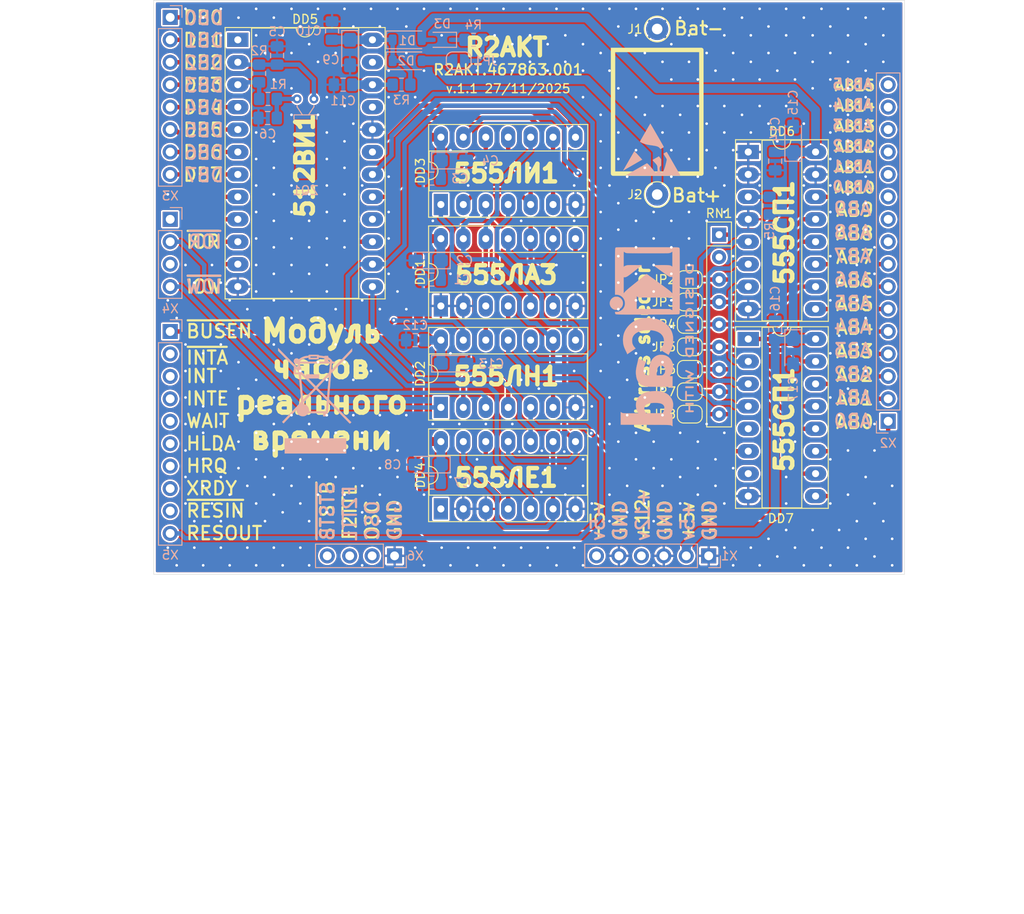
<source format=kicad_pcb>
(kicad_pcb (version 20240108) (generator "pcbnew") (generator_version "8.0")
  (title_block (title "Модуль часов реального времени") (date "2025-11-27") (company "R2AKT") (comment 1 "R2AKT.467863.001") (comment 2 "R2AKT"))
  (layers (0 "F.Cu" signal) (31 "B.Cu" signal) (34 "B.Paste" user) (35 "F.Paste" user) (36 "B.SilkS" user "B.Silkscreen") (37 "F.SilkS" user "F.Silkscreen") (38 "B.Mask" user) (39 "F.Mask" user) (44 "Edge.Cuts" user))
  (net 0 "")
  (net 1 "GND")
  (net 2 "+5")
  (net 3 "/DB3")
  (net 4 "/DB4")
  (net 5 "/DB5")
  (net 6 "/DB6")
  (net 7 "/DB0")
  (net 8 "/DB2")
  (net 9 "/DB1")
  (net 10 "/DB7")
  (net 11 "/~{IOW}")
  (net 12 "/~{IOR}")
  (net 13 "/AB0")
  (net 14 "-5")
  (net 15 "+12")
  (net 16 "/AB10")
  (net 17 "/AB4")
  (net 18 "/AB7")
  (net 19 "/AB3")
  (net 20 "/AB1")
  (net 21 "/AB11")
  (net 22 "/AB9")
  (net 23 "/AB8")
  (net 24 "/AB15")
  (net 25 "/AB14")
  (net 26 "/AB2")
  (net 27 "/AB6")
  (net 28 "/AB12")
  (net 29 "/AB5")
  (net 30 "/AB13")
  (net 31 "/~{MEMR}")
  (net 32 "/~{MEMW}")
  (net 33 "/WAIT")
  (net 34 "/INTE")
  (net 35 "/~{BUSEN}")
  (net 36 "/~{RESIN}")
  (net 37 "/RESOUT")
  (net 38 "/~{INTA}")
  (net 39 "/INT")
  (net 40 "/HLDA")
  (net 41 "/HRQ")
  (net 42 "/XRDY")
  (net 43 "/Single_OSC_TTL")
  (net 44 "/Single_BCLK")
  (net 45 "/~{STSTB}")
  (net 46 "Net-(D1-K)")
  (net 47 "Net-(D3-K)")
  (net 48 "/RTC_AS")
  (net 49 "/~{RTC_CE}")
  (net 50 "/RTC_R{slash}~{W}")
  (net 51 "/RTC_DS")
  (net 52 "/~{RTC_RESET}")
  (net 53 "/RTC_CS")
  (net 54 "Net-(JP1-B)")
  (net 55 "Net-(DD3-Pad11)")
  (net 57 "Net-(DD4-Pad12)")
  (net 59 "Net-(DD7-A0)")
  (net 60 "Net-(DD7-A2)")
  (net 61 "Net-(DD7-A3)")
  (net 63 "Net-(DD7-A1)")
  (net 64 "Net-(DD5-OSC1)")
  (net 65 "Net-(C6-Pad2)")
  (net 66 "Net-(DD5-PS)")
  (net 67 "Net-(D2-A)")
  (net 68 "Net-(DD1-Pad13)")
  (net 69 "Net-(DD1-Pad4)")
  (net 71 "Net-(DD1-Pad8)")
  (net 72 "Net-(DD1-Pad12)")
  (net 73 "Net-(DD2-Pad6)")
  (net 74 "Net-(DD2-Pad12)")
  (net 75 "Net-(DD2-Pad8)")
  (net 76 "Net-(DD3-Pad6)")
  (net 77 "Net-(DD4-Pad13)")
  (net 82 "Net-(DD5-OSC2)")
  (net 85 "Net-(DD6-Ia=b)")
  (net 86 "Net-(DD6-Oa>b)")
  (net 87 "Net-(DD6-A0)")
  (net 88 "Net-(DD6-A1)")
  (net 89 "Net-(DD6-Oa=b)")
  (net 90 "Net-(DD6-A2)")
  (net 91 "Net-(DD6-Oa<b)")
  (footprint "Package_DIP:DIP-14_W7.62mm_Socket_LongPads" (layer "F.Cu") (at 99.9236 109.801839 90)
    (property "Reference" "DD3")
    (property "Value" "К555ЛИ1 (74LS08N)")
  )
  (footprint "Package_DIP:DIP-16_W7.62mm_Socket_LongPads" (layer "F.Cu") (at 134.7216 125.028171)
    (property "Reference" "DD7")
    (property "Value" "555СП1 (74LS85)")
  )
  (footprint "Jumper:SolderJumper-2_P1.3mm_Open_RoundedPad1.0x1.5mm" (layer "F.Cu") (at 128.1026 133.537171)
    (property "Reference" "JP8")
    (property "Value" "~{A1}")
  )
  (footprint "Jumper:SolderJumper-2_P1.3mm_Open_RoundedPad1.0x1.5mm" (layer "F.Cu") (at 128.1026 128.457171)
    (property "Reference" "JP6")
    (property "Value" "~{A3}")
  )
  (footprint "Jumper:SolderJumper-2_P1.3mm_Open_RoundedPad1.0x1.5mm" (layer "F.Cu") (at 128.1026 123.377171)
    (property "Reference" "JP4")
    (property "Value" "~{A5}")
  )
  (footprint "Jumper:SolderJumper-2_P1.3mm_Open_RoundedPad1.0x1.5mm" (layer "F.Cu") (at 128.1026 118.297171)
    (property "Reference" "JP2")
    (property "Value" "~{A7}")
  )
  (footprint "Package_DIP:DIP-14_W7.62mm_Socket_LongPads" (layer "F.Cu") (at 99.9236 121.288505 90)
    (property "Reference" "DD1")
    (property "Value" "К555ЛА3 (74LS00)")
  )
  (footprint "Jumper:SolderJumper-2_P1.3mm_Open_RoundedPad1.0x1.5mm" (layer "F.Cu") (at 128.1026 130.997171)
    (property "Reference" "JP7")
    (property "Value" "~{A2}")
  )
  (footprint "Jumper:SolderJumper-2_P1.3mm_Open_RoundedPad1.0x1.5mm" (layer "F.Cu") (at 128.1026 120.837171)
    (property "Reference" "JP3")
    (property "Value" "~{A6}")
  )
  (footprint "Resistor_THT:R_Array_SIP9" (layer "F.Cu") (at 131.4196 113.217171 -90)
    (property "Reference" "RN1")
    (property "Value" "1k")
  )
  (footprint "TestPoint:TestPoint_THTPad_D2.5mm_Drill1.2mm" (layer "F.Cu") (at 124.4116 89.932171 180)
    (property "Reference" "J1")
    (property "Value" "Conn_01x01_Socket")
  )
  (footprint "Package_DIP:DIP-14_W7.62mm_Socket_LongPads" (layer "F.Cu") (at 99.9236 144.261839 90)
    (property "Reference" "DD4")
    (property "Value" "555ЛЕ1 (74LS02)")
  )
  (footprint "Package_DIP:DIP-24_W15.24mm_Socket_LongPads" (layer "F.Cu") (at 76.9366 91.156671)
    (property "Reference" "DD5")
    (property "Value" "512ВИ1")
  )
  (footprint "TestPoint:TestPoint_THTPad_D2.5mm_Drill1.2mm" (layer "F.Cu") (at 124.4116 108.674171 180)
    (property "Reference" "J2")
    (property "Value" "Conn_01x01_Socket")
  )
  (footprint "Package_DIP:DIP-16_W7.62mm_Socket_LongPads" (layer "F.Cu") (at 134.7216 103.856671)
    (property "Reference" "DD6")
    (property "Value" "555СП1 (74LS85)")
  )
  (footprint "Jumper:SolderJumper-2_P1.3mm_Open_RoundedPad1.0x1.5mm" (layer "F.Cu") (at 128.1026 125.917171)
    (property "Reference" "JP5")
    (property "Value" "~{A4}")
  )
  (footprint "Package_DIP:DIP-14_W7.62mm_Socket_LongPads" (layer "F.Cu") (at 99.9236 132.775171 90)
    (property "Reference" "DD2")
    (property "Value" "555ЛН1 (74LS04)")
  )
  (footprint "Connector_PinHeader_2.54mm:PinHeader_1x16_P2.54mm_Vertical" (layer "B.Cu") (at 150.5616 134.336671)
    (property "Reference" "X2")
    (property "Value" "Address")
  )
  (footprint "Capacitor_SMD:C_0805_2012Metric_Pad1.18x1.45mm_HandSolder" (layer "B.Cu") (at 87.6046 90.119171 90)
    (property "Reference" "C10")
    (property "Value" "100n")
  )
  (footprint "Connector_PinHeader_2.54mm:PinHeader_1x08_P2.54mm_Vertical" (layer "B.Cu") (at 69.2816 88.616671 180)
    (property "Reference" "X3")
    (property "Value" "Data")
  )
  (footprint "Resistor_SMD:R_0805_2012Metric_Pad1.20x1.40mm_HandSolder" (layer "B.Cu") (at 79.3496 94.966671 90)
    (property "Reference" "R2")
    (property "Value" "22M")
  )
  (footprint "Capacitor_Tantalum_SMD:CP_EIA-3216-18_Kemet-A_Pad1.58x1.35mm_HandSolder" (layer "B.Cu") (at 101.3611 127.822171)
    (property "Reference" "C13")
    (property "Value" "1u")
  )
  (footprint "Crystal:Crystal_C26-LF_D2.1mm_L6.5mm_Horizontal_1EP_style1" (layer "B.Cu") (at 85.5472 97.850171 180)
    (property "Reference" "ZQ1")
    (property "Value" "32.768kHz")
  )
  (footprint "Connector_PinHeader_2.54mm:PinHeader_1x10_P2.54mm_Vertical" (layer "B.Cu") (at 69.2816 124.176671 180)
    (property "Reference" "X5")
    (property "Value" "Control")
  )
  (footprint "Resistor_SMD:R_0805_2012Metric_Pad1.20x1.40mm_HandSolder" (layer "B.Cu") (at 95.4626 96.236671 180)
    (property "Reference" "R3")
    (property "Value" "20k")
  )
  (footprint "Capacitor_Tantalum_SMD:CP_EIA-3216-18_Kemet-A_Pad1.58x1.35mm_HandSolder" (layer "B.Cu") (at 98.4861 139.252171 180)
    (property "Reference" "C8")
    (property "Value" "1u")
  )
  (footprint "Capacitor_SMD:C_0805_2012Metric_Pad1.18x1.45mm_HandSolder" (layer "B.Cu") (at 137.7696 123.990671 90)
    (property "Reference" "C16")
    (property "Value" "100n")
  )
  (footprint "Connector_PinHeader_2.54mm:PinHeader_1x06_P2.54mm_Vertical" (layer "B.Cu") (at 130.2416 149.576671 90)
    (property "Reference" "X1")
    (property "Value" "Power")
  )
  (footprint "Capacitor_Tantalum_SMD:CP_EIA-3216-18_Kemet-A_Pad1.58x1.35mm_HandSolder" (layer "B.Cu") (at 139.8016 126.465671 -90)
    (property "Reference" "C17")
    (property "Value" "1u")
  )
  (footprint "Symbol:WEEE-Logo_8.4x12mm_SilkScreen" (layer "B.Cu") (at 85.6996 132.013171 180)
    (property "Reference" "REF**" (hide yes))
    (property "Value" "WEEE-Logo_8.4x12mm_SilkScreen" (hide yes))
  )
  (footprint "Symbol:ESD-Logo_6.6x6mm_SilkScreen" (layer "B.Cu") (at 123.791361 103.565171 180)
    (property "Reference" "REF**" (hide yes))
    (property "Value" "ESD-Logo_6.6x6mm_SilkScreen" (hide yes))
  )
  (footprint "Resistor_SMD:R_0805_2012Metric_Pad1.20x1.40mm_HandSolder" (layer "B.Cu") (at 103.6226 91.156671)
    (property "Reference" "R4")
    (property "Value" "1k")
  )
  (footprint "Capacitor_SMD:C_0805_2012Metric_Pad1.18x1.45mm_HandSolder" (layer "B.Cu") (at 97.0241 125.155171 180)
    (property "Reference" "C12")
    (property "Value" "100n")
  )
  (footprint "Connector_PinHeader_2.54mm:PinHeader_1x04_P2.54mm_Vertical" (layer "B.Cu") (at 94.6816 149.576671 90)
    (property "Reference" "X6")
    (property "Value" "Clock")
  )
  (footprint "Capacitor_SMD:C_0805_2012Metric_Pad1.18x1.45mm_HandSolder" (layer "B.Cu") (at 137.7696 104.894171 -90)
    (property "Reference" "C14")
    (property "Value" "100n")
  )
  (footprint "Capacitor_SMD:C_0805_2012Metric_Pad1.18x1.45mm_HandSolder" (layer "B.Cu") (at 98.8861 118.297171 180)
    (property "Reference" "C1")
    (property "Value" "100n")
  )
  (footprint "Capacitor_Tantalum_SMD:CP_EIA-3216-18_Kemet-A_Pad1.58x1.35mm_HandSolder" (layer "B.Cu") (at 139.8016 102.419171 90)
    (property "Reference" "C15")
    (property "Value" "1u")
  )
  (footprint "Diode_SMD:D_SOD-323" (layer "B.Cu") (at 100.0846 91.156671 180)
    (property "Reference" "D3")
    (property "Value" "1N4148WS")
  )
  (footprint "Capacitor_Tantalum_SMD:CP_EIA-3216-18_Kemet-A_Pad1.58x1.35mm_HandSolder" (layer "B.Cu") (at 98.4861 116.138171 180)
    (property "Reference" "C2")
    (property "Value" "1u")
  )
  (footprint "Capacitor_SMD:C_0805_2012Metric_Pad1.18x1.45mm_HandSolder" (layer "B.Cu") (at 88.8531 96.236671 180)
    (property "Reference" "C11")
    (property "Value" "4n7")
  )
  (footprint "Resistor_SMD:R_0805_2012Metric_Pad1.20x1.40mm_HandSolder" (layer "B.Cu") (at 137.1346 109.936671 -90)
    (property "Reference" "R5")
    (property "Value" "1k")
  )
  (footprint "Diode_SMD:D_SOD-123" (layer "B.Cu") (at 96.1126 93.532171)
    (property "Reference" "D2")
    (property "Value" "SM5819")
  )
  (footprint "Capacitor_SMD:C_0805_2012Metric_Pad1.18x1.45mm_HandSolder" (layer "B.Cu") (at 98.8861 106.867171 180)
    (property "Reference" "C3")
    (property "Value" "100n")
  )
  (footprint "Capacitor_SMD:C_0805_2012Metric_Pad1.18x1.45mm_HandSolder" (layer "B.Cu") (at 80.3121 100.009171)
    (property "Reference" "C6")
    (property "Value" "20p")
  )
  (footprint "Resistor_SMD:R_0805_2012Metric_Pad1.20x1.40mm_HandSolder" (layer "B.Cu") (at 80.3496 97.850171 180)
    (property "Reference" "R1")
    (property "Value" "470k")
  )
  (footprint "Capacitor_Tantalum_SMD:CP_EIA-3216-18_Kemet-A_Pad1.58x1.35mm_HandSolder" (layer "B.Cu") (at 89.6366 92.594171 -90)
    (property "Reference" "C9")
    (property "Value" "1u")
  )
  (footprint "Connector_PinHeader_2.54mm:PinHeader_1x04_P2.54mm_Vertical" (layer "B.Cu") (at 69.2816 111.476671 180)
    (property "Reference" "X4")
    (property "Value" "Mode")
  )
  (footprint "Diode_SMD:D_SOD-123" (layer "B.Cu") (at 96.1126 91.156671)
    (property "Reference" "D1")
    (property "Value" "SM5819")
  )
  (footprint "Capacitor_SMD:C_0805_2012Metric_Pad1.18x1.45mm_HandSolder" (layer "B.Cu") (at 98.8861 141.284171 180)
    (property "Reference" "C7")
    (property "Value" "100n")
  )
  (footprint "Symbol:KiCad-Logo2_8mm_SilkScreen" (layer "B.Cu") (at 122.976024 124.764278 -90)
    (property "Reference" "REF**" (hide yes))
    (property "Value" "KiCad-Logo2_8mm_SilkScreen" (hide yes))
  )
  (footprint "Jumper:SolderJumper-2_P1.3mm_Open_RoundedPad1.0x1.5mm" (layer "B.Cu") (at 101.9406 93.532171)
    (property "Reference" "JP1")
    (property "Value" "Btr. PWR")
  )
  (footprint "Capacitor_Tantalum_SMD:CP_EIA-3216-18_Kemet-A_Pad1.58x1.35mm_HandSolder" (layer "B.Cu") (at 101.3611 104.835171)
    (property "Reference" "C4")
    (property "Value" "1u")
  )
  (footprint "Capacitor_SMD:C_0805_2012Metric_Pad1.18x1.45mm_HandSolder" (layer "B.Cu") (at 81.3816 92.929171 -90)
    (property "Reference" "C5")
    (property "Value" "10p")
  )
  (gr_rect (start 119.4116 92.303171) (end 129.4116 106.303171) (stroke (width 0.5)) (fill none) (layer "F.SilkS"))
  (gr_rect (start 67.4116 86.674171) (end 152.4116 151.674171) (stroke (width 0.05)) (fill none) (layer "Edge.Cuts"))
  (gr_text "AB2" (at 146.5326 128.965171 0) (layer "B.SilkS") (effects (font (size 1.5 1.5) (thickness 0.25) (bold yes)) (justify mirror)))
  (gr_text "DB1" (at 73.1266 91.246171 0) (layer "B.SilkS") (effects (font (size 1.5 1.5) (thickness 0.25) (bold yes)) (justify mirror)))
  (gr_text "+5v" (at 127.8636 145.6736 90) (layer "B.SilkS") (effects (font (size 1.5 1.5) (thickness 0.25) (bold yes)) (justify mirror)))
  (gr_text "AB11" (at 146.5326 105.473371 0) (layer "B.SilkS") (effects (font (size 1.2 1.2) (thickness 0.25) (bold yes)) (justify mirror)))
  (gr_text "AB6" (at 146.5326 118.290371 0) (layer "B.SilkS") (effects (font (size 1.5 1.5) (thickness 0.25) (bold yes)) (justify mirror)))
  (gr_text "AB14" (at 146.5326 98.520271 0) (layer "B.SilkS") (effects (font (size 1.2 1.2) (thickness 0.25) (bold yes)) (justify mirror)))
  (gr_text "AB10" (at 146.5326 107.791071 0) (layer "B.SilkS") (effects (font (size 1.2 1.2) (thickness 0.25) (bold yes)) (justify mirror)))
  (gr_text "AB0" (at 146.5326 134.302571 0) (layer "B.SilkS") (effects (font (size 1.5 1.5) (thickness 0.25) (bold yes)) (justify mirror)))
  (gr_text "AB12" (at 146.5326 103.155671 0) (layer "B.SilkS") (effects (font (size 1.2 1.2) (thickness 0.25) (bold yes)) (justify mirror)))
  (gr_text "AB9" (at 146.5326 110.284271 0) (layer "B.SilkS") (effects (font (size 1.5 1.5) (thickness 0.25) (bold yes)) (justify mirror)))
  (gr_text "DB2" (at 73.1266 93.786171 0) (layer "B.SilkS") (effects (font (size 1.5 1.5) (thickness 0.25) (bold yes)) (justify mirror)))
  (gr_text "AB13" (at 146.5326 100.837971 0) (layer "B.SilkS") (effects (font (size 1.2 1.2) (thickness 0.25) (bold yes)) (justify mirror)))
  (gr_text "DB3" (at 73.1266 96.326171 0) (layer "B.SilkS") (effects (font (size 1.5 1.5) (thickness 0.25) (bold yes)) (justify mirror)))
  (gr_text "DB7" (at 73.1266 106.486171 0) (layer "B.SilkS") (effects (font (size 1.5 1.5) (thickness 0.25) (bold yes)) (justify mirror)))
  (gr_text "AB5" (at 146.5326 120.959071 0) (layer "B.SilkS") (effects (font (size 1.5 1.5) (thickness 0.25) (bold yes)) (justify mirror)))
  (gr_text "GND" (at 130.3786 145.602171 90) (layer "B.SilkS") (effects (font (size 1.5 1.5) (thickness 0.25) (bold yes)) (justify mirror)))
  (gr_text "-5v" (at 117.7036 145.6736 90) (layer "B.SilkS") (effects (font (size 1.5 1.5) (thickness 0.25) (bold yes)) (justify mirror)))
  (gr_text "OSC" (at 92.1766 145.602171 90) (layer "B.SilkS") (effects (font (size 1.5 1.5) (thickness 0.25) (bold yes)) (justify mirror)))
  (gr_text "F2TTL" (at 89.6366 144.745029 90) (layer "B.SilkS") (effects (font (size 1.5 1.5) (thickness 0.25) (bold yes)) (justify mirror)))
  (gr_text "~{STSTB}" (at 87.0966 144.530743 90) (layer "B.SilkS") (effects (font (size 1.5 1.5) (thickness 0.25) (bold yes)) (justify mirror)))
  (gr_text "DB6" (at 73.1266 103.946171 0) (layer "B.SilkS") (effects (font (size 1.5 1.5) (thickness 0.25) (bold yes)) (justify mirror)))
  (gr_text "AB1" (at 146.5326 131.633871 0) (layer "B.SilkS") (effects (font (size 1.5 1.5) (thickness 0.25) (bold yes)) (justify mirror)))
  (gr_text "DB4" (at 73.1266 98.866171 0) (layer "B.SilkS") (effects (font (size 1.5 1.5) (thickness 0.25) (bold yes)) (justify mirror)))
  (gr_text "AB15" (at 146.5326 96.202571 0) (layer "B.SilkS") (effects (font (size 1.2 1.2) (thickness 0.25) (bold yes)) (justify mirror)))
  (gr_text "~{IOW}" (at 73.106743 119.096671 0) (layer "B.SilkS") (effects (font (size 1.5 1.5) (thickness 0.25) (bold yes)) (justify mirror)))
  (gr_text "AB8" (at 146.5326 112.952971 0) (layer "B.SilkS") (effects (font (size 1.5 1.5) (thickness 0.25) (bold yes)) (justify mirror)))
  (gr_text "GND" (at 94.7166 145.566457 90) (layer "B.SilkS") (effects (font (size 1.5 1.5) (thickness 0.25) (bold yes)) (justify mirror)))
  (gr_text "GND" (at 120.2436 145.602171 90) (layer "B.SilkS") (effects (font (size 1.5 1.5) (thickness 0.25) (bold yes)) (justify mirror)))
  (gr_text "DB0" (at 73.1266 88.706171 0) (layer "B.SilkS") (effects (font (size 1.5 1.5) (thickness 0.25) (bold yes)) (justify mirror)))
  (gr_text "AB3" (at 146.5326 126.296471 0) (layer "B.SilkS") (effects (font (size 1.5 1.5) (thickness 0.25) (bold yes)) (justify mirror)))
  (gr_text "GND" (at 125.3236 145.602171 90) (layer "B.SilkS") (effects (font (size 1.5 1.5) (thickness 0.25) (bold yes)) (justify mirror)))
  (gr_text "DB5" (at 73.1266 101.406171 0) (layer "B.SilkS") (effects (font (size 1.5 1.5) (thickness 0.25) (bold yes)) (justify mirror)))
  (gr_text "~{IOR}" (at 73.213886 114.016671 0) (layer "B.SilkS") (effects (font (size 1.5 1.5) (thickness 0.25) (bold yes)) (justify mirror)))
  (gr_text "AB4" (at 146.5326 123.627771 0) (layer "B.SilkS") (effects (font (size 1.5 1.5) (thickness 0.25) (bold yes)) (justify mirror)))
  (gr_text "+12v" (at 122.7836 144.959314 90) (layer "B.SilkS") (effects (font (size 1.5 1.5) (thickness 0.25) (bold yes)) (justify mirror)))
  (gr_text "AB7" (at 146.5326 115.621671 0) (layer "B.SilkS") (effects (font (size 1.5 1.5) (thickness 0.25) (bold yes)) (justify mirror)))
  (gr_text "DB7" (at 72.9996 106.424171 -0) (layer "F.SilkS") (effects (font (size 1.5 1.5) (thickness 0.25) (bold yes))))
  (gr_text "INT" (at 72.829029 129.229071 -0) (layer "F.SilkS") (effects (font (size 1.5 1.5) (thickness 0.25) (bold yes))))
  (gr_text "Модуль\nчасов\nреального\nвремени" (at 86.4116 137.674171 -0) (layer "F.SilkS") (effects (font (size 2.5 2.5) (thickness 0.6) (bold yes)) (justify bottom)))
  (gr_text "OSC" (at 92.1416 145.520599 90) (layer "F.SilkS") (effects (font (size 1.5 1.5) (thickness 0.25) (bold yes))))
  (gr_text "XRDY" (at 73.971885 141.929071 -0) (layer "F.SilkS") (effects (font (size 1.5 1.5) (thickness 0.25) (bold yes))))
  (gr_text "AB8" (at 146.7866 113.076571 -0) (layer "F.SilkS") (effects (font (size 1.5 1.5) (thickness 0.25) (bold yes))))
  (gr_text "GND" (at 120.2182 145.551371 90) (layer "F.SilkS") (effects (font (size 1.5 1.5) (thickness 0.25) (bold yes))))
  (gr_text "GND" (at 125.2982 145.551371 90) (layer "F.SilkS") (effects (font (size 1.5 1.5) (thickness 0.25) (bold yes))))
  (gr_text "~{IOR}" (at 72.9996 114.016671 -0) (layer "F.SilkS") (effects (font (size 1.5 1.5) (thickness 0.25) (bold yes))))
  (gr_text "AB13" (at 146.7866 100.961571 -0) (layer "F.SilkS") (effects (font (size 1.2 1.2) (thickness 0.25) (bold yes))))
  (gr_text "555ЛИ1" (at 101.093838 107.454339 0) (layer "F.SilkS") (effects (font (size 2 2) (thickness 0.5) (bold yes)) (justify left bottom)))
  (gr_text "AB0" (at 146.7866 134.426171 -0) (layer "F.SilkS") (effects (font (size 1.5 1.5) (thickness 0.25) (bold yes))))
  (gr_text "DB6" (at 72.9996 103.884171 -0) (layer "F.SilkS") (effects (font (size 1.5 1.5) (thickness 0.25) (bold yes))))
  (gr_text "555ЛА3" (at 101.284314 118.941005 0) (layer "F.SilkS") (effects (font (size 2 2) (thickness 0.5) (bold yes)) (justify left bottom)))
  (gr_text "AB4" (at 146.7866 123.751371 -0) (layer "F.SilkS") (effects (font (size 1.5 1.5) (thickness 0.25) (bold yes))))
  (gr_text "AB14" (at 146.7866 98.643871 -0) (layer "F.SilkS") (effects (font (size 1.2 1.2) (thickness 0.25) (bold yes))))
  (gr_text "INTE" (at 73.5076 131.769071 -0) (layer "F.SilkS") (effects (font (size 1.5 1.5) (thickness 0.25) (bold yes))))
  (gr_text "AB2" (at 146.7866 129.088771 -0) (layer "F.SilkS") (effects (font (size 1.5 1.5) (thickness 0.25) (bold yes))))
  (gr_text "R2AKT.467863.001" (at 107.5436 94.548171 0) (layer "F.SilkS") (effects (font (size 1.2 1.2) (thickness 0.2) (bold yes))))
  (gr_text "~{BUSEN}" (at 74.829029 124.149071 -0) (layer "F.SilkS") (effects (font (size 1.5 1.5) (thickness 0.25) (bold yes))))
  (gr_text "F2TTL" (at 89.6016 144.663457 90) (layer "F.SilkS") (effects (font (size 1.5 1.5) (thickness 0.25) (bold yes))))
  (gr_text "~{RESIN}" (at 74.400457 144.469071 -0) (layer "F.SilkS") (effects (font (size 1.5 1.5) (thickness 0.25) (bold yes))))
  (gr_text "Bat+" (at 128.8796 108.772171 0) (layer "F.SilkS") (effects (font (size 1.5 1.5) (thickness 0.25) (bold yes))))
  (gr_text "AB1" (at 146.7866 131.757471 -0) (layer "F.SilkS") (effects (font (size 1.5 1.5) (thickness 0.25) (bold yes))))
  (gr_text "AB7" (at 146.7866 115.745271 -0) (layer "F.SilkS") (effects (font (size 1.5 1.5) (thickness 0.25) (bold yes))))
  (gr_text "AB11" (at 146.7866 105.596971 -0) (layer "F.SilkS") (effects (font (size 1.2 1.2) (thickness 0.25) (bold yes))))
  (gr_text "AB15" (at 146.7866 96.326171 -0) (layer "F.SilkS") (effects (font (size 1.2 1.2) (thickness 0.25) (bold yes))))
  (gr_text "AB5" (at 146.7866 121.082671 -0) (layer "F.SilkS") (effects (font (size 1.5 1.5) (thickness 0.25) (bold yes))))
  (gr_text "Bat-" (at 129.1336 89.849171 0) (layer "F.SilkS") (effects (font (size 1.5 1.5) (thickness 0.25) (bold yes))))
  (gr_text "+12v" (at 122.7582 144.908514 90) (layer "F.SilkS") (effects (font (size 1.5 1.5) (thickness 0.25) (bold yes))))
  (gr_text "v.1.1 27/11/2025" (at 107.543601 96.681771 0) (layer "F.SilkS") (effects (font (size 1 1))))
  (gr_text "+5v" (at 127.8382 145.6228 90) (layer "F.SilkS") (effects (font (size 1.5 1.5) (thickness 0.25) (bold yes))))
  (gr_text "GND" (at 130.3532 145.551371 90) (layer "F.SilkS") (effects (font (size 1.5 1.5) (thickness 0.25) (bold yes))))
  (gr_text "512ВИ1" (at 85.6996 111.538814 90) (layer "F.SilkS") (effects (font (size 2 2) (thickness 0.5) (bold yes)) (justify left bottom)))
  (gr_text "Address selector" (at 123.6726 135.722528 90) (layer "F.SilkS") (effects (font (size 1.5 1.5) (thickness 0.375) (bold yes)) (justify left bottom)))
  (gr_text "AB10" (at 146.7866 107.914671 -0) (layer "F.SilkS") (effects (font (size 1.2 1.2) (thickness 0.25) (bold yes))))
  (gr_text "AB12" (at 146.7866 103.279271 -0) (layer "F.SilkS") (effects (font (size 1.2 1.2) (thickness 0.25) (bold yes))))
  (gr_text "DB5" (at 72.9996 101.344171 -0) (layer "F.SilkS") (effects (font (size 1.5 1.5) (thickness 0.25) (bold yes))))
  (gr_text "DB4" (at 72.9996 98.804171 -0) (layer "F.SilkS") (effects (font (size 1.5 1.5) (thickness 0.25) (bold yes))))
  (gr_text "DB1" (at 72.9996 91.184171 -0) (layer "F.SilkS") (effects (font (size 1.5 1.5) (thickness 0.25) (bold yes))))
  (gr_text "555СП1" (at 139.9741 119.163814 90) (layer "F.SilkS") (effects (font (size 2 2) (thickness 0.5) (bold yes)) (justify left bottom)))
  (gr_text "GND" (at 94.6816 145.484885 90) (layer "F.SilkS") (effects (font (size 1.5 1.5) (thickness 0.25) (bold yes))))
  (gr_text "~{IOW}" (at 73.106743 119.096671 -0) (layer "F.SilkS") (effects (font (size 1.5 1.5) (thickness 0.25) (bold yes))))
  (gr_text "DB2" (at 72.9996 93.724171 -0) (layer "F.SilkS") (effects (font (size 1.5 1.5) (thickness 0.25) (bold yes))))
  (gr_text "R2AKT" (at 102.422172 93.176571 0) (layer "F.SilkS") (effects (font (size 2 2) (thickness 0.5) (bold yes)) (justify left bottom)))
  (gr_text "555СП1" (at 139.9741 140.335314 90) (layer "F.SilkS") (effects (font (size 2 2) (thickness 0.5) (bold yes)) (justify left bottom)))
  (gr_text "RESOUT" (at 75.400457 147.009071 -0) (layer "F.SilkS") (effects (font (size 1.5 1.5) (thickness 0.25) (bold yes))))
  (gr_text "AB9" (at 146.7866 110.407871 -0) (layer "F.SilkS") (effects (font (size 1.5 1.5) (thickness 0.25) (bold yes))))
  (gr_text "DB0" (at 72.9996 88.644171 -0) (layer "F.SilkS") (effects (font (size 1.5 1.5) (thickness 0.25) (bold yes))))
  (gr_text "DB3" (at 72.9996 96.264171 -0) (layer "F.SilkS") (effects (font (size 1.5 1.5) (thickness 0.25) (bold yes))))
  (gr_text "AB3" (at 146.7866 126.420071 -0) (layer "F.SilkS") (effects (font (size 1.5 1.5) (thickness 0.25) (bold yes))))
  (gr_text "555ЛН1" (at 101.093838 130.427671 0) (layer "F.SilkS") (effects (font (size 2 2) (thickness 0.5) (bold yes)) (justify left bottom)))
  (gr_text "~{INTA}" (at 73.471886 127.147771 -0) (layer "F.SilkS") (effects (font (size 1.5 1.5) (thickness 0.25) (bold yes))))
  (gr_text "HRQ" (at 73.436172 139.389071 -0) (layer "F.SilkS") (effects (font (size 1.5 1.5) (thickness 0.25) (bold yes))))
  (gr_text "AB6" (at 146.7866 118.413971 -0) (layer "F.SilkS") (effects (font (size 1.5 1.5) (thickness 0.25) (bold yes))))
  (gr_text "HLDA" (at 73.900457 136.849071 -0) (layer "F.SilkS") (effects (font (size 1.5 1.5) (thickness 0.25) (bold yes))))
  (gr_text "555ЛЕ1" (at 101.236695 141.914339 0) (layer "F.SilkS") (effects (font (size 2 2) (thickness 0.5) (bold yes)) (justify left bottom)))
  (gr_text "~{STSTB}" (at 87.0616 144.449171 90) (layer "F.SilkS") (effects (font (size 1.5 1.5) (thickness 0.25) (bold yes))))
  (gr_text "WAIT" (at 73.543314 134.309071 -0) (layer "F.SilkS") (effects (font (size 1.5 1.5) (thickness 0.25) (bold yes))))
  (gr_text "-5v" (at 117.6782 145.6228 90) (layer "F.SilkS") (effects (font (size 1.5 1.5) (thickness 0.25) (bold yes))))
  (via (at 150.0126 145.649171) (size 0.6) (drill 0.3) (layers "F.Cu" "B.Cu") (net 1))
  (via (at 127.0126 143.649171) (size 0.6) (drill 0.3) (layers "F.Cu" "B.Cu") (net 1))
  (via (at 128.0126 116.649171) (size 0.6) (drill 0.3) (layers "F.Cu" "B.Cu") (net 1))
  (via (at 110.0126 87.649171) (size 0.6) (drill 0.3) (layers "F.Cu" "B.Cu") (net 1))
  (via (at 128.0126 110.649171) (size 0.6) (drill 0.3) (layers "F.Cu" "B.Cu") (net 1))
  (via (at 93.0126 133.649171) (size 0.6) (drill 0.3) (layers "F.Cu" "B.Cu") (net 1))
  (via (at 124.0126 136.649171) (size 0.6) (drill 0.3) (layers "F.Cu" "B.Cu") (net 1))
  (via (at 118.0126 92.649171) (size 0.6) (drill 0.3) (layers "F.Cu" "B.Cu") (net 1))
  (via (at 87.0126 133.649171) (size 0.6) (drill 0.3) (layers "F.Cu" "B.Cu") (net 1))
  (via (at 139.0126 143.649171) (size 0.6) (drill 0.3) (layers "F.Cu" "B.Cu") (net 1))
  (via (at 112.0126 91.649171) (size 0.6) (drill 0.3) (layers "F.Cu" "B.Cu") (net 1))
  (via (at 80.0126 145.649171) (size 0.6) (drill 0.3) (layers "F.Cu" "B.Cu") (net 1))
  (via (at 145.0126 133.649171) (size 0.6) (drill 0.3) (layers "F.Cu" "B.Cu") (net 1))
  (via (at 70.0126 122.649171) (size 0.6) (drill 0.3) (layers "F.Cu" "B.Cu") (net 1))
  (via (at 76.0126 150.649171) (size 0.6) (drill 0.3) (layers "F.Cu" "B.Cu") (net 1))
  (via (at 122.0126 103.649171) (size 0.6) (drill 0.3) (layers "F.Cu" "B.Cu") (net 1))
  (via (at 127.0126 135.649171) (size 0.6) (drill 0.3) (layers "F.Cu" "B.Cu") (net 1))
  (via (at 71.0126 87.649171) (size 0.6) (drill 0.3) (layers "F.Cu" "B.Cu") (net 1))
  (via (at 88.0126 92.649171) (size 0.6) (drill 0.3) (layers "F.Cu" "B.Cu") (net 1))
  (via (at 118.0126 122.649171) (size 0.6) (drill 0.3) (layers "F.Cu" "B.Cu") (net 1))
  (via (at 127.0126 108.649171) (size 0.6) (drill 0.3) (layers "F.Cu" "B.Cu") (net 1))
  (via (at 88.0126 135.649171) (size 0.6) (drill 0.3) (layers "F.Cu" "B.Cu") (net 1))
  (via (at 83.0126 133.649171) (size 0.6) (drill 0.3) (layers "F.Cu" "B.Cu") (net 1))
  (via (at 137.0126 92.649171) (size 0.6) (drill 0.3) (layers "F.Cu" "B.Cu") (net 1))
  (via (at 144.0126 104.649171) (size 0.6) (drill 0.3) (layers "F.Cu" "B.Cu") (net 1))
  (via (at 144.0126 89.649171) (size 0.6) (drill 0.3) (layers "F.Cu" "B.Cu") (net 1))
  (via (at 144.0126 126.649171) (size 0.6) (drill 0.3) (layers "F.Cu" "B.Cu") (net 1))
  (via (at 95.0126 137.649171) (size 0.6) (drill 0.3) (layers "F.Cu" "B.Cu") (net 1))
  (via (at 107.0126 87.649171) (size 0.6) (drill 0.3) (layers "F.Cu" "B.Cu") (net 1))
  (via (at 128.0126 113.649171) (size 0.6) (drill 0.3) (layers "F.Cu" "B.Cu") (net 1))
  (via (at 142.0126 146.649171) (size 0.6) (drill 0.3) (layers "F.Cu" "B.Cu") (net 1))
  (via (at 81.0126 148.649171) (size 0.6) (drill 0.3) (layers "F.Cu" "B.Cu") (net 1))
  (via (at 125.0126 133.649171) (size 0.6) (drill 0.3) (layers "F.Cu" "B.Cu") (net 1))
  (via (at 73.0126 126.649171) (size 0.6) (drill 0.3) (layers "F.Cu" "B.Cu") (net 1))
  (via (at 130.0126 92.649171) (size 0.6) (drill 0.3) (layers "F.Cu" "B.Cu") (net 1))
  (via (at 117.0126 132.649171) (size 0.6) (drill 0.3) (layers "F.Cu" "B.Cu") (net 1))
  (via (at 75.0126 87.649171) (size 0.6) (drill 0.3) (layers "F.Cu" "B.Cu") (net 1))
  (via (at 125.0126 130.649171) (size 0.6) (drill 0.3) (layers "F.Cu" "B.Cu") (net 1))
  (via (at 94.0126 113.649171) (size 0.6) (drill 0.3) (layers "F.Cu" "B.Cu") (net 1))
  (via (at 118.0126 102.649171) (size 0.6) (drill 0.3) (layers "F.Cu" "B.Cu") (net 1))
  (via (at 98.0126 94.649171) (size 0.6) (drill 0.3) (layers "F.Cu" "B.Cu") (net 1))
  (via (at 129.0126 142.649171) (size 0.6) (drill 0.3) (layers "F.Cu" "B.Cu") (net 1))
  (via (at 146.0126 137.649171) (size 0.6) (drill 0.3) (layers "F.Cu" "B.Cu") (net 1))
  (via (at 146.0126 130.649171) (size 0.6) (drill 0.3) (layers "F.Cu" "B.Cu") (net 1))
  (via (at 146.0126 96.649171) (size 0.6) (drill 0.3) (layers "F.Cu" "B.Cu") (net 1))
  (via (at 86.0126 142.649171) (size 0.6) (drill 0.3) (layers "F.Cu" "B.Cu") (net 1))
  (via (at 86.0126 122.649171) (size 0.6) (drill 0.3) (layers "F.Cu" "B.Cu") (net 1))
  (via (at 91.0126 120.649171) (size 0.6) (drill 0.3) (layers "F.Cu" "B.Cu") (net 1))
  (via (at 126.0126 120.649171) (size 0.6) (drill 0.3) (layers "F.Cu" "B.Cu") (net 1))
  (via (at 138.0126 149.649171) (size 0.6) (drill 0.3) (layers "F.Cu" "B.Cu") (net 1))
  (via (at 114.0126 90.649171) (size 0.6) (drill 0.3) (layers "F.Cu" "B.Cu") (net 1))
  (via (at 87.0126 107.649171) (size 0.6) (drill 0.3) (layers "F.Cu" "B.Cu") (net 1))
  (via (at 94.0126 94.649171) (size 0.6) (drill 0.3) (layers "F.Cu" "B.Cu") (net 1))
  (via (at 115.0126 148.649171) (size 0.6) (drill 0.3) (layers "F.Cu" "B.Cu") (net 1))
  (via (at 98.0126 150.649171) (size 0.6) (drill 0.3) (layers "F.Cu" "B.Cu") (net 1))
  (via (at 148.0126 128.649171) (size 0.6) (drill 0.3) (layers "F.Cu" "B.Cu") (net 1))
  (via (at 126.0126 114.649171) (size 0.6) (drill 0.3) (layers "F.Cu" "B.Cu") (net 1))
  (via (at 86.0126 136.649171) (size 0.6) (drill 0.3) (layers "F.Cu" "B.Cu") (net 1))
  (via (at 148.0126 112.649171) (size 0.6) (drill 0.3) (layers "F.Cu" "B.Cu") (net 1))
  (via (at 146.0126 102.649171) (size 0.6) (drill 0.3) (layers "F.Cu" "B.Cu") (net 1))
  (via (at 125.0126 98.649171) (size 0.6) (drill 0.3) (layers "F.Cu" "B.Cu") (net 1))
  (via (at 141.0126 88.649171) (size 0.6) (drill 0.3) (layers "F.Cu" "B.Cu") (net 1))
  (via (at 133.0126 103.649171) (size 0.6) (drill 0.3) (layers "F.Cu" "B.Cu") (net 1))
  (via (at 147.0126 116.649171) (size 0.6) (drill 0.3) (layers "F.Cu" "B.Cu") (net 1))
  (via (at 86.0126 99.649171) (size 0.6) (drill 0.3) (layers "F.Cu" "B.Cu") (net 1))
  (via (at 69.0126 108.649171) (size 0.6) (drill 0.3) (layers "F.Cu" "B.Cu") (net 1))
  (via (at 71.0126 137.649171) (size 0.6) (drill 0.3) (layers "F.Cu" "B.Cu") (net 1))
  (via (at 116.0126 97.649171) (size 0.6) (drill 0.3) (layers "F.Cu" "B.Cu") (net 1))
  (via (at 81.0126 131.649171) (size 0.6) (drill 0.3) (layers "F.Cu" "B.Cu") (net 1))
  (via (at 79.0126 113.649171) (size 0.6) (drill 0.3) (layers "F.Cu" "B.Cu") (net 1))
  (via (at 119.0126 87.649171) (size 0.6) (drill 0.3) (layers "F.Cu" "B.Cu") (net 1))
  (via (at 122.0126 111.649171) (size 0.6) (drill 0.3) (layers "F.Cu" "B.Cu") (net 1))
  (via (at 85.0126 108.649171) (size 0.6) (drill 0.3) (layers "F.Cu" "B.Cu") (net 1))
  (via (at 89.0126 102.649171) (size 0.6) (drill 0.3) (layers "F.Cu" "B.Cu") (net 1))
  (via (at 71.0126 116.649171) (size 0.6) (drill 0.3) (layers "F.Cu" "B.Cu") (net 1))
  (via (at 90.0126 89.649171) (size 0.6) (drill 0.3) (layers "F.Cu" "B.Cu") (net 1))
  (via (at 115.0126 107.649171) (size 0.6) (drill 0.3) (layers "F.Cu" "B.Cu") (net 1))
  (via (at 144.0126 143.649171) (size 0.6) (drill 0.3) (layers "F.Cu" "B.Cu") (net 1))
  (via (at 146.0126 90.649171) (size 0.6) (drill 0.3) (layers "F.Cu" "B.Cu") (net 1))
  (via (at 75.0126 90.649171) (size 0.6) (drill 0.3) (layers "F.Cu" "B.Cu") (net 1))
  (via (at 124.0126 119.649171) (size 0.6) (drill 0.3) (layers "F.Cu" "B.Cu") (net 1))
  (via (at 140.0126 95.649171) (size 0.6) (drill 0.3) (layers "F.Cu" "B.Cu") (net 1))
  (via (at 81.0126 114.649171) (size 0.6) (drill 0.3) (layers "F.Cu" "B.Cu") (net 1))
  (via (at 91.0126 135.649171) (size 0.6) (drill 0.3) (layers "F.Cu" "B.Cu") (net 1))
  (via (at 79.0126 107.649171) (size 0.6) (drill 0.3) (layers "F.Cu" "B.Cu") (net 1))
  (via (at 119.0126 145.649171) (size 0.6) (drill 0.3) (layers "F.Cu" "B.Cu") (net 1))
  (via (at 83.0126 136.649171) (size 0.6) (drill 0.3) (layers "F.Cu" "B.Cu") (net 1))
  (via (at 96.0126 89.649171) (size 0.6) (drill 0.3) (layers "F.Cu" "B.Cu") (net 1))
  (via (at 108.6612 139.861771) (size 0.6) (drill 0.3) (layers "F.Cu" "B.Cu") (net 1))
  (via (at 83.0126 116.649171) (size 0.6) (drill 0.3) (layers "F.Cu" "B.Cu") (net 1))
  (via (at 81.0126 111.649171) (size 0.6) (drill 0.3) (layers "F.Cu" "B.Cu") (net 1))
  (via (at 73.0126 132.649171) (size 0.6) (drill 0.3) (layers "F.Cu" "B.Cu") (net 1))
  (via (at 130.0126 108.649171) (size 0.6) (drill 0.3) (layers "F.Cu" "B.Cu") (net 1))
  (via (at 125.0126 87.649171) (size 0.6) (drill 0.3) (layers "F.Cu" "B.Cu") (net 1))
  (via (at 73.0126 150.649171) (size 0.6) (drill 0.3) (layers "F.Cu" "B.Cu") (net 1))
  (via (at 143.0126 87.649171) (size 0.6) (drill 0.3) (layers "F.Cu" "B.Cu") (net 1))
  (via (at 144.0126 120.649171) (size 0.6) (drill 0.3) (layers "F.Cu" "B.Cu") (net 1))
  (via (at 133.0126 92.649171) (size 0.6) (drill 0.3) (layers "F.Cu" "B.Cu") (net 1))
  (via (at 121.0126 141.649171) (size 0.6) (drill 0.3) (layers "F.Cu" "B.Cu") (net 1))
  (via (at 109.0126 111.649171) (size 0.6) (drill 0.3) (layers "F.Cu" "B.Cu") (net 1))
  (via (at 85.0126 140.649171) (size 0.6) (drill 0.3) (layers "F.Cu" "B.Cu") (net 1))
  (via (at 127.0126 140.649171) (size 0.6) (drill 0.3) (layers "F.Cu" "B.Cu") (net 1))
  (via (at 122.0126 123.649171) (size 0.6) (drill 0.3) (layers "F.Cu" "B.Cu") (net 1))
  (via (at 104.0126 87.649171) (size 0.6) (drill 0.3) (layers "F.Cu" "B.Cu") (net 1))
  (via (at 126.0126 95.649171) (size 0.6) (drill 0.3) (layers "F.Cu" "B.Cu") (net 1))
  (via (at 148.0126 106.649171) (size 0.6) (drill 0.3) (layers "F.Cu" "B.Cu") (net 1))
  (via (at 121.0126 144.649171) (size 0.6) (drill 0.3) (layers "F.Cu" "B.Cu") (net 1))
  (via (at 151.0126 150.649171) (size 0.6) (drill 0.3) (layers "F.Cu" "B.Cu") (net 1))
  (via (at 146.0126 142.649171) (size 0.6) (drill 0.3) (layers "F.Cu" "B.Cu") (net 1))
  (via (at 84.0126 89.649171) (size 0.6) (drill 0.3) (layers "F.Cu" "B.Cu") (net 1))
  (via (at 84.0126 148.649171) (size 0.6) (drill 0.3) (layers "F.Cu" "B.Cu") (net 1))
  (via (at 122.0126 114.649171) (size 0.6) (drill 0.3) (layers "F.Cu" "B.Cu") (net 1))
  (via (at 75.0126 137.649171) (size 0.6) (drill 0.3) (layers "F.Cu" "B.Cu") (net 1))
  (via (at 85.0126 117.649171) (size 0.6) (drill 0.3) (layers "F.Cu" "B.Cu") (net 1))
  (via (at 82.0126 139.649171) (size 0.6) (drill 0.3) (layers "F.Cu" "B.Cu") (net 1))
  (via (at 116.0126 104.649171) (size 0.6) (drill 0.3) (layers "F.Cu" "B.Cu") (net 1))
  (via (at 106.0126 90.649171) (size 0.6) (drill 0.3) (layers "F.Cu" "B.Cu") (net 1))
  (via (at 141.0126 100.649171) (size 0.6) (drill 0.3) (layers "F.Cu" "B.Cu") (net 1))
  (via (at 144.0126 101.649171) (size 0.6) (drill 0.3) (layers "F.Cu" "B.Cu") (net 1))
  (via (at 130.0126 100.649171) (size 0.6) (drill 0.3) (layers "F.Cu" "B.Cu") (net 1))
  (via (at 149.0126 117.649171) (size 0.6) (drill 0.3) (layers "F.Cu" "B.Cu") (net 1))
  (via (at 94.0126 106.649171) (size 0.6) (drill 0.3) (layers "F.Cu" "B.Cu") (net 1))
  (via (at 88.0126 125.649171) (size 0.6) (drill 0.3) (layers "F.Cu" "B.Cu") (net 1))
  (via (at 127.0126 88.649171) (size 0.6) (drill 0.3) (layers "F.Cu" "B.Cu") (net 1))
  (via (at 120.0126 112.649171) (size 0.6) (drill 0.3) (layers "F.Cu" "B.Cu") (net 1))
  (via (at 141.0126 150.649171) (size 0.6) (drill 0.3) (layers "F.Cu" "B.Cu") (net 1))
  (via (at 116.0126 91.649171) (size 0.6) (drill 0.3) (layers "F.Cu" "B.Cu") (net 1))
  (via (at 97.0126 148.649171) (size 0.6) (drill 0.3) (layers "F.Cu" "B.Cu") (net 1))
  (via (at 81.0126 142.649171) (size 0.6) (drill 0.3) (layers "F.Cu" "B.Cu") (net 1))
  (via (at 107.0126 150.649171) (size 0.6) (drill 0.3) (layers "F.Cu" "B.Cu") (net 1))
  (via (at 83.0126 92.649171) (size 0.6) (drill 0.3) (layers "F.Cu" "B.Cu") (net 1))
  (via (at 144.0126 110.649171) (size 0.6) (drill 0.3) (layers "F.Cu" "B.Cu") (net 1))
  (via (at 118.0126 119.649171) (size 0.6) (drill 0.3) (layers "F.Cu" "B.Cu") (net 1))
  (via (at 81.0126 134.649171) (size 0.6) (drill 0.3) (layers "F.Cu" "B.Cu") (net 1))
  (via (at 128.0126 101.649171) (size 0.6) (drill 0.3) (layers "F.Cu" "B.Cu") (net 1))
  (via (at 139.0126 98.649171) (size 0.6) (drill 0.3) (layers "F.Cu" "B.Cu") (net 1))
  (via (at 135.0126 93.649171) (size 0.6) (drill 0.3) (layers "F.Cu" "B.Cu") (net 1))
  (via (at 106.0126 93.649171) (size 0.6) (drill 0.3) (layers "F.Cu" "B.Cu") (net 1))
  (via (at 79.0126 138.649171) (size 0.6) (drill 0.3) (layers "F.Cu" "B.Cu") (net 1))
  (via (at 129.0126 98.649171) (size 0.6) (drill 0.3) (layers "F.Cu" "B.Cu") (net 1))
  (via (at 94.0126 135.649171) (size 0.6) (drill 0.3) (layers "F.Cu" "B.Cu") (net 1))
  (via (at 71.0126 134.649171) (size 0.6) (drill 0.3) (layers "F.Cu" "B.Cu") (net 1))
  (via (at 95.0126 140.649171) (size 0.6) (drill 0.3) (layers "F.Cu" "B.Cu") (net 1))
  (via (at 139.0126 90.649171) (size 0.6) (drill 0.3) (layers "F.Cu" "B.Cu") (net 1))
  (via (at 147.0126 125.649171) (size 0.6) (drill 0.3) (layers "F.Cu" "B.Cu") (net 1))
  (via (at 139.0126 146.649171) (size 0.6) (drill 0.3) (layers "F.Cu" "B.Cu") (net 1))
  (via (at 81.0126 108.649171) (size 0.6) (drill 0.3) (layers "F.Cu" "B.Cu") (net 1))
  (via (at 122.0126 138.649171) (size 0.6) (drill 0.3) (layers "F.Cu" "B.Cu") (net 1))
  (via (at 82.0126 90.649171) (size 0.6) (drill 0.3) (layers "F.Cu" "B.Cu") (net 1))
  (via (at 129.0126 136.649171) (size 0.6) (drill 0.3) (layers "F.Cu" "B.Cu") (net 1))
  (via (at 101.0126 140.649171) (size 0.6) (drill 0.3) (layers "F.Cu" "B.Cu") (net 1))
  (via (at 81.0126 102.649171) (size 0.6) (drill 0.3) (layers "F.Cu" "B.Cu") (net 1))
  (via (at 97.0126 97.649171) (size 0.6) (drill 0.3) (layers "F.Cu" "B.Cu") (net 1))
  (via (at 122.0126 97.649171) (size 0.6) (drill 0.3) (layers "F.Cu" "B.Cu") (net 1))
  (via (at 109.0126 129.649171) (size 0.6) (drill 0.3) (layers "F.Cu" "B.Cu") (net 1))
  (via (at 135.0126 101.649171) (size 0.6) (drill 0.3) (layers "F.Cu" "B.Cu") (net 1))
  (via (at 147.0126 145.649171) (size 0.6) (drill 0.3) (layers "F.Cu" "B.Cu") (net 1))
  (via (at 85.0126 111.649171) (size 0.6) (drill 0.3) (layers "F.Cu" "B.Cu") (net 1))
  (via (at 116.0126 138.649171) (size 0.6) (drill 0.3) (layers "F.Cu" "B.Cu") (net 1))
  (via (at 116.0126 150.649171) (size 0.6) (drill 0.3) (layers "F.Cu" "B.Cu") (net 1))
  (via (at 124.0126 110.649171) (size 0.6) (drill 0.3) (layers "F.Cu" "B.Cu") (net 1))
  (via (at 123.0126 105.649171) (size 0.6) (drill 0.3) (layers "F.Cu" "B.Cu") (net 1))
  (via (at 139.0126 87.649171) (size 0.6) (drill 0.3) (layers "F.Cu" "B.Cu") (net 1))
  (via (at 126.0126 138.649171) (size 0.6) (drill 0.3) (layers "F.Cu" "B.Cu") (net 1))
  (via (at 122.0126 135.649171) (size 0.6) (drill 0.3) (layers "F.Cu" "B.Cu") (net 1))
  (via (at 72.0126 118.649171) (size 0.6) (drill 0.3) (layers "F.Cu" "B.Cu") (net 1))
  (via (at 93.0126 145.649171) (size 0.6) (drill 0.3) (layers "F.Cu" "B.Cu") (net 1))
  (via (at 144.0126 138.649171) (size 0.6) (drill 0.3) (layers "F.Cu" "B.Cu") (net 1))
  (via (at 121.0126 106.649171) (size 0.6) (drill 0.3) (layers "F.Cu" "B.Cu") (net 1))
  (via (at 79.0126 90.649171) (size 0.6) (drill 0.3) (layers "F.Cu" "B.Cu") (net 1))
  (via (at 89.0126 127.649171) (size 0.6) (drill 0.3) (layers "F.Cu" "B.Cu") (net 1))
  (via (at 77.0126 144.649171) (size 0.6) (drill 0.3) (layers "F.Cu" "B.Cu") (net 1))
  (via (at 77.0126 133.649171) (size 0.6) (drill 0.3) (layers "F.Cu" "B.Cu") (net 1))
  (via (at 148.0126 122.649171) (size 0.6) (drill 0.3) (layers "F.Cu" "B.Cu") (net 1))
  (via (at 98.0126 87.649171) (size 0.6) (drill 0.3) (layers "F.Cu" "B.Cu") (net 1))
  (via (at 130.0126 89.649171) (size 0.6) (drill 0.3) (layers "F.Cu" "B.Cu") (net 1))
  (via (at 83.0126 113.649171) (size 0.6) (drill 0.3) (layers "F.Cu" "B.Cu") (net 1))
  (via (at 140.0126 136.649171) (size 0.6) (drill 0.3) (layers "F.Cu" "B.Cu") (net 1))
  (via (at 105.0126 118.649171) (size 0.6) (drill 0.3) (layers "F.Cu" "B.Cu") (net 1))
  (via (at 76.0126 142.649171) (size 0.6) (drill 0.3) (layers "F.Cu" "B.Cu") (net 1))
  (via (at 121.0126 133.649171) (size 0.6) (drill 0.3) (layers "F.Cu" "B.Cu") (net 1))
  (via (at 150.0126 90.649171) (size 0.6) (drill 0.3) (layers "F.Cu" "B.Cu") (net 1))
  (via (at 123.0126 99.649171) (size 0.6) (drill 0.3) (layers "F.Cu" "B.Cu") (net 1))
  (via (at 149.0126 114.649171) (size 0.6) (drill 0.3) (layers "F.Cu" "B.Cu") (net 1))
  (via (at 91.0126 141.649171) (size 0.6) (drill 0.3) (layers "F.Cu" "B.Cu") (net 1))
  (via (at 84.0126 143.649171) (size 0.6) (drill 0.3) (layers "F.Cu" "B.Cu") (net 1))
  (via (at 140.0126 92.649171) (size 0.6) (drill 0.3) (layers "F.Cu" "B.Cu") (net 1))
  (via (at 116.0126 94.649171) (size 0.6) (drill 0.3) (layers "F.Cu" "B.Cu") (net 1))
  (via (at 77.0126 88.649171) (size 0.6) (drill 0.3) (layers "F.Cu" "B.Cu") (net 1))
  (via (at 145.0126 118.649171) (size 0.6) (drill 0.3) (layers "F.Cu" "B.Cu") (net 1))
  (via (at 89.0126 145.649171) (size 0.6) (drill 0.3) (layers "F.Cu" "B.Cu") (net 1))
  (via (at 130.0126 103.649171) (size 0.6) (drill 0.3) (layers "F.Cu" "B.Cu") (net 1))
  (via (at 132.0126 107.649171) (size 0.6) (drill 0.3) (layers "F.Cu" "B.Cu") (net 1))
  (via (at 81.0126 105.649171) (size 0.6) (drill 0.3) (layers "F.Cu" "B.Cu") (net 1))
  (via (at 79.0126 101.649171) (size 0.6) (drill 0.3) (layers "F.Cu" "B.Cu") (net 1))
  (via (at 92.0126 137.649171) (size 0.6) (drill 0.3) (layers "F.Cu" "B.Cu") (net 1))
  (via (at 81.0126 88.649171) (size 0.6) (drill 0.3) (layers "F.Cu" "B.Cu") (net 1))
  (via (at 125.0126 101.649171) (size 0.6) (drill 0.3) (layers "F.Cu" "B.Cu") (net 1))
  (via (at 126.0126 91.649171) (size 0.6) (drill 0.3) (layers "F.Cu" "B.Cu") (net 1))
  (via (at 95.0126 87.649171) (size 0.6) (drill 0.3) (layers "F.Cu" "B.Cu") (net 1))
  (via (at 125.0126 93.649171) (size 0.6) (drill 0.3) (layers "F.Cu" "B.Cu") (net 1))
  (via (at 89.0126 98.649171) (size 0.6) (drill 0.3) (layers "F.Cu" "B.Cu") (net 1))
  (via (at 119.0126 107.649171) (size 0.6) (drill 0.3) (layers "F.Cu" "B.Cu") (net 1))
  (via (at 87.0126 129.649171) (size 0.6) (drill 0.3) (layers "F.Cu" "B.Cu") (net 1))
  (via (at 130.0126 111.649171) (size 0.6) (drill 0.3) (layers "F.Cu" "B.Cu") (net 1))
  (via (at 148.0126 94.649171) (size 0.6) (drill 0.3) (layers "F.Cu" "B.Cu") (net 1))
  (via (at 108.0126 134.649171) (size 0.6) (drill 0.3) (layers "F.Cu" "B.Cu") (net 1))
  (via (at 120.0126 96.649171) (size 0.6) (drill 0.3) (layers "F.Cu" "B.Cu") (net 1))
  (via (at 91.0126 144.649171) (size 0.6) (drill 0.3) (layers "F.Cu" "B.Cu") (net 1))
  (via (at 138.0126 94.649171) (size 0.6) (drill 0.3) (layers "F.Cu" "B.Cu") (net 1))
  (via (at 84.0126 138.649171) (size 0.6) (drill 0.3) (layers "F.Cu" "B.Cu") (net 1))
  (via (at 83.0126 126.649171) (size 0.6) (drill 0.3) (layers "F.Cu" "B.Cu") (net 1))
  (via (at 101.0126 126.649171) (size 0.6) (drill 0.3) (layers "F.Cu" "B.Cu") (net 1))
  (via (at 143.0126 148.649171) (size 0.6) (drill 0.3) (layers "F.Cu" "B.Cu") (net 1))
  (via (at 112.0126 94.649171) (size 0.6) (drill 0.3) (layers "F.Cu" "B.Cu") (net 1))
  (via (at 133.0126 150.649171) (size 0.6) (drill 0.3) (layers "F.Cu" "B.Cu") (net 1))
  (via (at 120.0126 121.649171) (size 0.6) (drill 0.3) (layers "F.Cu" "B.Cu") (net 1))
  (via (at 142.0126 90.649171) (size 0.6) (drill 0.3) (layers "F.Cu" "B.Cu") (net 1))
  (via (at 83.0126 87.649171) (size 0.6) (drill 0.3) (layers "F.Cu" "B.Cu") (net 1))
  (via (at 132.0126 98.649171) (size 0.6) (drill 0.3) (layers "F.Cu" "B.Cu") (net 1))
  (via (at 80.0126 122.649171) (size 0.6) (drill 0.3) (layers "F.Cu" "B.Cu") (net 1))
  (via (at 119.0126 134.649171) (size 0.6) (drill 0.3) (layers "F.Cu" "B.Cu") (net 1))
  (via (at 75.0126 134.649171) (size 0.6) (drill 0.3) (layers "F.Cu" "B.Cu") (net 1))
  (via (at 74.0126 116.649171) (size 0.6) (drill 0.3) (layers "F.Cu" "B.Cu") (net 1))
  (via (at 82.0126 150.649171) (size 0.6) (drill 0.3) (layers "F.Cu" "B.Cu") (net 1))
  (via (at 119.0126 94.649171) (size 0.6) (drill 0.3) (layers "F.Cu" "B.Cu") (net 1))
  (via (at 124.0126 122.649171) (size 0.6) (drill 0.3) (layers "F.Cu" "B.Cu") (net 1))
  (via (at 111.3536 137.677371) (size 0.6) (drill 0.3) (layers "F.Cu" "B.Cu") (net 1))
  (via (at 85.0126 120.649171) (size 0.6) (drill 0.3) (layers "F.Cu" "B.Cu") (net 1))
  (via (at 101.0126 117.649171) (size 0.6) (drill 0.3) (layers "F.Cu" "B.Cu") (net 1))
  (via (at 149.0126 134.649171) (size 0.6) (drill 0.3) (layers "F.Cu" "B.Cu") (net 1))
  (via (at 93.0126 121.649171) (size 0.6) (drill 0.3) (layers "F.Cu" "B.Cu") (net 1))
  (via (at 129.0126 139.649171) (size 0.6) (drill 0.3) (layers "F.Cu" "B.Cu") (net 1))
  (via (at 79.0126 129.649171) (size 0.6) (drill 0.3) (layers "F.Cu" "B.Cu") (net 1))
  (via (at 150.0126 93.649171) (size 0.6) (drill 0.3) (layers "F.Cu" "B.Cu") (net 1))
  (via (at 123.0126 143.649171) (size 0.6) (drill 0.3) (layers "F.Cu" "B.Cu") (net 1))
  (via (at 118.0126 116.649171) (size 0.6) (drill 0.3) (layers "F.Cu" "B.Cu") (net 1))
  (via (at 131.0126 141.649171) (size 0.6) (drill 0.3) (layers "F.Cu" "B.Cu") (net 1))
  (via (at 148.0126 88.649171) (size 0.6) (drill 0.3) (layers "F.Cu" "B.Cu") (net 1))
  (via (at 128.0126 93.649171) (size 0.6) (drill 0.3) (layers "F.Cu" "B.Cu") (net 1))
  (via (at 148.0126 100.649171) (size 0.6) (drill 0.3) (layers "F.Cu" "B.Cu") (net 1))
  (via (at 87.0126 113.649171) (size 0.6) (drill 0.3) (layers "F.Cu" "B.Cu") (net 1))
  (via (at 91.0126 150.649171) (size 0.6) (drill 0.3) (layers "F.Cu" "B.Cu") (net 1))
  (via (at 90.0126 133.649171) (size 0.6) (drill 0.3) (layers "F.Cu" "B.Cu") (net 1))
  (via (at 103.0126 141.649171) (size 0.6) (drill 0.3) (layers "F.Cu" "B.Cu") (net 1))
  (via (at 105.0126 127.649171) (size 0.6) (drill 0.3) (layers "F.Cu" "B.Cu") (net 1))
  (via (at 131.0126 94.649171) (size 0.6) (drill 0.3) (layers "F.Cu" "B.Cu") (net 1))
  (via (at 118.0126 125.649171) (size 0.6) (drill 0.3) (layers "F.Cu" "B.Cu") (net 1))
  (via (at 98.0126 142.649171) (size 0.6) (drill 0.3) (layers "F.Cu" "B.Cu") (net 1))
  (via (at 87.0126 119.649171) (size 0.6) (drill 0.3) (layers "F.Cu" "B.Cu") (net 1))
  (via (at 116.0126 118.649171) (size 0.6) (drill 0.3) (layers "F.Cu" "B.Cu") (net 1))
  (via (at 79.0126 135.649171) (size 0.6) (drill 0.3) (layers "F.Cu" "B.Cu") (net 1))
  (via (at 126.0126 106.649171) (size 0.6) (drill 0.3) (layers "F.Cu" "B.Cu") (net 1))
  (via (at 95.0126 143.649171) (size 0.6) (drill 0.3) (layers "F.Cu" "B.Cu") (net 1))
  (via (at 144.0126 107.649171) (size 0.6) (drill 0.3) (layers "F.Cu" "B.Cu") (net 1))
  (via (at 149.0126 137.649171) (size 0.6) (drill 0.3) (layers "F.Cu" "B.Cu") (net 1))
  (via (at 133.0126 139.649171) (size 0.6) (drill 0.3) (layers "F.Cu" "B.Cu") (net 1))
  (via (at 136.0126 150.649171) (size 0.6) (drill 0.3) (layers "F.Cu" "B.Cu") (net 1))
  (via (at 150.0126 87.649171) (size 0.6) (drill 0.3) (layers "F.Cu" "B.Cu") (net 1))
  (via (at 118.0126 128.649171) (size 0.6) (drill 0.3) (layers "F.Cu" "B.Cu") (net 1))
  (via (at 131.0126 138.649171) (size 0.6) (drill 0.3) (layers "F.Cu" "B.Cu") (net 1))
  (via (at 81.0126 120.649171) (size 0.6) (drill 0.3) (layers "F.Cu" "B.Cu") (net 1))
  (via (at 126.0126 111.649171) (size 0.6) (drill 0.3) (layers "F.Cu" "B.Cu") (net 1))
  (via (at 94.0126 97.649171) (size 0.6) (drill 0.3) (layers "F.Cu" "B.Cu") (net 1))
  (via (at 72.0126 148.649171) (size 0.6) (drill 0.3) (layers "F.Cu" "B.Cu") (net 1))
  (via (at 113.0126 87.649171) (size 0.6) (drill 0.3) (layers "F.Cu" "B.Cu") (net 1))
  (via (at 116.0126 87.649171) (size 0.6) (drill 0.3) (layers "F.Cu" "B.Cu") (net 1))
  (via (at 109.0126 148.649171) (size 0.6) (drill 0.3) (layers "F.Cu" "B.Cu") (net 1))
  (via (at 107.2388 141.233371) (size 0.6) (drill 0.3) (layers "F.Cu" "B.Cu") (net 1))
  (via (at 134.0126 99.649171) (size 0.6) (drill 0.3) (layers "F.Cu" "B.Cu") (net 1))
  (via (at 136.0126 95.649171) (size 0.6) (drill 0.3) (layers "F.Cu" "B.Cu") (net 1))
  (via (at 147.0126 150.649171) (size 0.6) (drill 0.3) (layers "F.Cu" "B.Cu") (net 1))
  (via (at 113.8936 137.778971) (size 0.6) (drill 0.3) (layers "F.Cu" "B.Cu") (net 1))
  (via (at 89.0126 111.649171) (size 0.6) (drill 0.3) (layers "F.Cu" "B.Cu") (net 1))
  (via (at 124.0126 113.649171) (size 0.6) (drill 0.3) (layers "F.Cu" "B.Cu") (net 1))
  (via (at 80.0126 92.649171) (size 0.6) (drill 0.3) (layers "F.Cu" "B.Cu") (net 1))
  (via (at 118.0126 113.649171) (size 0.6) (drill 0.3) (layers "F.Cu" "B.Cu") (net 1))
  (via (at 84.0126 128.649171) (size 0.6) (drill 0.3) (layers "F.Cu" "B.Cu") (net 1))
  (via (at 80.0126 140.649171) (size 0.6) (drill 0.3) (layers "F.Cu" "B.Cu") (net 1))
  (via (at 119.0126 139.649171) (size 0.6) (drill 0.3) (layers "F.Cu" "B.Cu") (net 1))
  (via (at 122.0126 120.649171) (size 0.6) (drill 0.3) (layers "F.Cu" "B.Cu") (net 1))
  (via (at 123.0126 131.649171) (size 0.6) (drill 0.3) (layers "F.Cu" "B.Cu") (net 1))
  (via (at 144.0126 115.649171) (size 0.6) (drill 0.3) (layers "F.Cu" "B.Cu") (net 1))
  (via (at 81.0126 137.649171) (size 0.6) (drill 0.3) (layers "F.Cu" "B.Cu") (net 1))
  (via (at 144.0126 131.649171) (size 0.6) (drill 0.3) (layers "F.Cu" "B.Cu") (net 1))
  (via (at 92.0126 87.649171) (size 0.6) (drill 0.3) (layers "F.Cu" "B.Cu") (net 1))
  (via (at 120.0126 127.649171) (size 0.6) (drill 0.3) (layers "F.Cu" "B.Cu") (net 1))
  (via (at 120.0126 115.649171) (size 0.6) (drill 0.3) (layers "F.Cu" "B.Cu") (net 1))
  (via (at 123.0126 92.649171) (size 0.6) (drill 0.3) (layers "F.Cu" "B.Cu") (net 1))
  (via (at 124.0126 116.649171) (size 0.6) (drill 0.3) (layers "F.Cu" "B.Cu") (net 1))
  (via (at 79.0126 110.649171) (size 0.6) (drill 0.3) (layers "F.Cu" "B.Cu") (net 1))
  (via (at 129.0126 87.649171) (size 0.6) (drill 0.3) (layers "F.Cu" "B.Cu") (net 1))
  (via (at 104.0126 94.649171) (size 0.6) (drill 0.3) (layers "F.Cu" "B.Cu") (net 1))
  (via (at 81.0126 95.649171) (size 0.6) (drill 0.3) (layers "F.Cu" "B.Cu") (net 1))
  (via (at 132.0126 143.649171) (size 0.6) (drill 0.3) (layers "F.Cu" "B.Cu") (net 1))
  (via (at 128.0126 90.649171) (size 0.6) (drill 0.3) (layers "F.Cu" "B.Cu") (net 1))
  (via (at 76.0126 120.649171) (size 0.6) (drill 0.3) (layers "F.Cu" "B.Cu") (net 1))
  (via (at 151.0126 147.649171) (size 0.6) (drill 0.3) (layers "F.Cu" "B.Cu") (net 1))
  (via (at 86.0126 93.649171) (size 0.6) (drill 0.3) (layers "F.Cu" "B.Cu") (net 1))
  (via (at 129.0126 95.649171) (size 0.6) (drill 0.3) (layers "F.Cu" "B.Cu") (net 1))
  (via (at 114.0126 93.649171) (size 0.6) (drill 0.3) (layers "F.Cu" "B.Cu") (net 1))
  (via (at 122.0126 108.649171) (size 0.6) (drill 0.3) (layers "F.Cu" "B.Cu") (net 1))
  (via (at 118.0126 99.649171) (size 0.6) (drill 0.3) (layers "F.Cu" "B.Cu") (net 1))
  (via (at 148.0126 109.649171) (size 0.6) (drill 0.3) (layers "F.Cu" "B.Cu") (net 1))
  (via (at 146.0126 148.649171) (size 0.6) (drill 0.3) (layers "F.Cu" "B.Cu") (net 1))
  (via (at 144.0126 92.649171) (size 0.6) (drill 0.3) (layers "F.Cu" "B.Cu") (net 1))
  (via (at 132.0126 90.649171) (size 0.6) (drill 0.3) (layers "F.Cu" "B.Cu") (net 1))
  (via (at 79.0126 150.649171) (size 0.6) (drill 0.3) (layers "F.Cu" "B.Cu") (net 1))
  (via (at 149.0126 143.649171) (size 0.6) (drill 0.3) (layers "F.Cu" "B.Cu") (net 1))
  (via (at 149.0126 149.649171) (size 0.6) (drill 0.3) (layers "F.Cu" "B.Cu") (net 1))
  (via (at 141.0126 107.649171) (size 0.6) (drill 0.3) (layers "F.Cu" "B.Cu") (net 1))
  (via (at 101.0126 87.649171) (size 0.6) (drill 0.3) (layers "F.Cu" "B.Cu") (net 1))
  (via (at 78.0126 141.649171) (size 0.6) (drill 0.3) (layers "F.Cu" "B.Cu") (net 1))
  (via (at 85.0126 114.649171) (size 0.6) (drill 0.3) (layers "F.Cu" "B.Cu") (net 1))
  (via (at 104.0126 138.649171) (size 0.6) (drill 0.3) (layers "F.Cu" "B.Cu") (net 1))
  (via (at 125.0126 127.649171) (size 0.6) (drill 0.3) (layers "F.Cu" "B.Cu") (net 1))
  (via (at 119.0126 131.649171) (size 0.6) (drill 0.3) (layers "F.Cu" "B.Cu") (net 1))
  (via (at 136.0126 107.649171) (size 0.6) (drill 0.3) (layers "F.Cu" "B.Cu") (net 1))
  (via (at 108.8136 137.778971) (size 0.6) (drill 0.3) (layers "F.Cu" "B.Cu") (net 1))
  (via (at 89.0126 137.649171) (size 0.6) (drill 0.3) (layers "F.Cu" "B.Cu") (net 1))
  (via (at 81.0126 117.649171) (size 0.6) (drill 0.3) (layers "F.Cu" "B.Cu") (net 1))
  (via (at 128.0126 104.649171) (size 0.6) (drill 0.3) (layers "F.Cu" "B.Cu") (net 1))
  (via (at 79.0126 132.649171) (size 0.6) (drill 0.3) (layers "F.Cu" "B.Cu") (net 1))
  (via (at 83.0126 99.649171) (size 0.6) (drill 0.3) (layers "F.Cu" "B.Cu") (net 1))
  (via (at 71.0126 140.649171) (size 0.6) (drill 0.3) (layers "F.Cu" "B.Cu") (net 1))
  (via (at 87.0126 97.649171) (size 0.6) (drill 0.3) (layers "F.Cu" "B.Cu") (net 1))
  (via (at 83.0126 110.649171) (size 0.6) (drill 0.3) (layers "F.Cu" "B.Cu") (net 1))
  (via (at 82.0126 144.649171) (size 0.6) (drill 0.3) (layers "F.Cu" "B.Cu") (net 1))
  (via (at 148.0126 91.649171) (size 0.6) (drill 0.3) (layers "F.Cu" "B.Cu") (net 1))
  (via (at 117.0126 143.649171) (size 0.6) (drill 0.3) (layers "F.Cu" "B.Cu") (net 1))
  (via (at 140.0126 148.649171) (size 0.6) (drill 0.3) (layers "F.Cu" "B.Cu") (net 1))
  (via (at 124.0126 145.649171) (size 0.6) (drill 0.3) (layers "F.Cu" "B.Cu") (net 1))
  (via (at 145.0126 124.649171) (size 0.6) (drill 0.3) (layers "F.Cu" "B.Cu") (net 1))
  (via (at 88.0126 121.649171) (size 0.6) (drill 0.3) (layers "F.Cu" "B.Cu") (net 1))
  (via (at 75.0126 131.649171) (size 0.6) (drill 0.3) (layers "F.Cu" "B.Cu") (net 1))
  (via (at 75.0126 148.649171) (size 0.6) (drill 0.3) (layers "F.Cu" "B.Cu") (net 1))
  (via (at 87.0126 101.649171) (size 0.6) (drill 0.3) (layers "F.Cu" "B.Cu") (net 1))
  (via (at 116.0126 115.649171) (size 0.6) (drill 0.3) (layers "F.Cu" "B.Cu") (net 1))
  (via (at 146.0126 108.649171) (size 0.6) (drill 0.3) (layers "F.Cu" "B.Cu") (net 1))
  (via (at 99.0126 134.649171) (size 0.6) (drill 0.3) (layers "F.Cu" "B.Cu") (net 1))
  (via (at 110.0126 105.649171) (size 0.6) (drill 0.3) (layers "F.Cu" "B.Cu") (net 1))
  (via (at 120.0126 101.649171) (size 0.6) (drill 0.3) (layers "F.Cu" "B.Cu") (net 1))
  (via (at 93.0126 89.649171) (size 0.6) (drill 0.3) (layers "F.Cu" "B.Cu") (net 1))
  (via (at 71.0126 131.649171) (size 0.6) (drill 0.3) (layers "F.Cu" "B.Cu") (net 1))
  (via (at 71.0126 128.649171) (size 0.6) (drill 0.3) (layers "F.Cu" "B.Cu") (net 1))
  (via (at 118.0126 105.649171) (size 0.6) (drill 0.3) (layers "F.Cu" "B.Cu") (net 1))
  (via (at 115.0126 111.649171) (size 0.6) (drill 0.3) (layers "F.Cu" "B.Cu") (net 1))
  (via (at 99.0126 111.649171) (size 0.6) (drill 0.3) (layers "F.Cu" "B.Cu") (net 1))
  (via (at 139.0126 140.649171) (size 0.6) (drill 0.3) (layers "F.Cu" "B.Cu") (net 1))
  (via (at 115.0126 128.649171) (size 0.6) (drill 0.3) (layers "F.Cu" "B.Cu") (net 1))
  (via (at 83.0126 96.649171) (size 0.6) (drill 0.3) (layers "F.Cu" "B.Cu") (net 1))
  (via (at 146.0126 87.649171) (size 0.6) (drill 0.3) (layers "F.Cu" "B.Cu") (net 1))
  (via (at 102.0126 134.649171) (size 0.6) (drill 0.3) (layers "F.Cu" "B.Cu") (net 1))
  (via (at 105.0126 105.649171) (size 0.6) (drill 0.3) (layers "F.Cu" "B.Cu") (net 1))
  (via (at 93.0126 142.649171) (size 0.6) (drill 0.3) (layers "F.Cu" "B.Cu") (net 1))
  (via (at 77.0126 127.649171) (size 0.6) (drill 0.3) (layers "F.Cu" "B.Cu") (net 1))
  (via (at 110.0126 150.649171) (size 0.6) (drill 0.3) (layers "F.Cu" "B.Cu") (net 1))
  (via (at 78.0126 148.649171) (size 0.6) (drill 0.3) (layers "F.Cu" "B.Cu") (net 1))
  (via (at 87.0126 138.649171) (size 0.6) (drill 0.3) (layers "F.Cu" "B.Cu") (net 1))
  (via (at 124.0126 139.649171) (size 0.6) (drill 0.3) (layers "F.Cu" "B.Cu") (net 1))
  (via (at 93.0126 139.649171) (size 0.6) (drill 0.3) (layers "F.Cu" "B.Cu") (net 1))
  (via (at 78.0126 121.649171) (size 0.6) (drill 0.3) (layers "F.Cu" "B.Cu") (net 1))
  (via (at 137.0126 113.649171) (size 0.6) (drill 0.3) (layers "F.Cu" "B.Cu") (net 1))
  (via (at 114.0126 142.649171) (size 0.6) (drill 0.3) (layers "F.Cu" "B.Cu") (net 1))
  (via (at 130.0126 134.649171) (size 0.6) (drill 0.3) (layers "F.Cu" "B.Cu") (net 1))
  (via (at 108.0126 91.649171) (size 0.6) (drill 0.3) (layers "F.Cu" "B.Cu") (net 1))
  (via (at 145.0126 112.649171) (size 0.6) (drill 0.3) (layers "F.Cu" "B.Cu") (net 1))
  (via (at 86.0126 127.649171) (size 0.6) (drill 0.3) (layers "F.Cu" "B.Cu") (net 1))
  (via (at 106.0126 148.649171) (size 0.6) (drill 0.3) (layers "F.Cu" "B.Cu") (net 1))
  (via (at 105.0126 134.649171) (size 0.6) (drill 0.3) (layers "F.Cu" "B.Cu") (net 1))
  (via (at 100.0126 90.649171) (size 0.6) (drill 0.3) (layers "F.Cu" "B.Cu") (net 1))
  (via (at 85.0126 145.649171) (size 0.6) (drill 0.3) (layers "F.Cu" "B.Cu") (net 1))
  (via (at 94.0126 117.649171) (size 0.6) (drill 0.3) (layers "F.Cu" "B.Cu") (net 1))
  (via (at 122.0126 126.649171) (size 0.6) (drill 0.3) (layers "F.Cu" "B.Cu") (net 1))
  (via (at 74.0126 143.649171) (size 0.6) (drill 0.3) (layers "F.Cu" "B.Cu") (net 1))
  (via (at 83.0126 122.649171) (size 0.6) (drill 0.3) (layers "F.Cu" "B.Cu") (net 1))
  (via (at 132.0126 101.649171) (size 0.6) (drill 0.3) (layers "F.Cu" "B.Cu") (net 1))
  (via (at 120.0126 109.649171) (size 0.6) (drill 0.3) (layers "F.Cu" "B.Cu") (net 1))
  (via (at 89.0126 114.649171) (size 0.6) (drill 0.3) (layers "F.Cu" "B.Cu") (net 1))
  (via (at 142.0126 93.649171) (size 0.6) (drill 0.3) (layers "F.Cu" "B.Cu") (net 1))
  (via (at 95.0126 119.649171) (size 0.6) (drill 0.3) (layers "F.Cu" "B.Cu") (net 1))
  (via (at 90.0126 139.649171) (size 0.6) (drill 0.3) (layers "F.Cu" "B.Cu") (net 1))
  (via (at 136.0126 87.649171) (size 0.6) (drill 0.3) (layers "F.Cu" "B.Cu") (net 1))
  (via (at 90.0126 129.649171) (size 0.6) (drill 0.3) (layers "F.Cu" "B.Cu") (net 1))
  (via (at 135.0126 148.649171) (size 0.6) (drill 0.3) (layers "F.Cu" "B.Cu") (net 1))
  (via (at 131.0126 105.649171) (size 0.6) (drill 0.3) (layers "F.Cu" "B.Cu") (net 1))
  (via (at 100.0126 148.649171) (size 0.6) (drill 0.3) (layers "F.Cu" "B.Cu") (net 1))
  (via (at 147.0126 120.649171) (size 0.6) (drill 0.3) (layers "F.Cu" "B.Cu") (net 1))
  (via (at 79.0126 116.649171) (size 0.6) (drill 0.3) (layers "F.Cu" "B.Cu") (net 1))
  (via (at 72.0126 145.649171) (size 0.6) (drill 0.3) (layers "F.Cu" "B.Cu") (net 1))
  (via (at 86.0126 87.649171) (size 0.6) (drill 0.3) (layers "F.Cu" "B.Cu") (net 1))
  (via (at 126.0126 103.649171) (size 0.6) (drill 0.3) (layers "F.Cu" "B.Cu") (net 1))
  (via (at 120.0126 89.649171) (size 0.6) (drill 0.3) (layers "F.Cu" "B.Cu") (net 1))
  (via (at 122.0126 87.649171) (size 0.6) (drill 0.3) (layers "F.Cu" "B.Cu") (net 1))
  (via (at 132.0126 110.649171) (size 0.6) (drill 0.3) (layers "F.Cu" "B.Cu") (net 1))
  (via (at 148.0126 103.649171) (size 0.6) (drill 0.3) (layers "F.Cu" "B.Cu") (net 1))
  (via (at 133.0126 95.649171) (size 0.6) (drill 0.3) (layers "F.Cu" "B.Cu") (net 1))
  (via (at 124.0126 150.649171) (size 0.6) (drill 0.3) (layers "F.Cu" "B.Cu") (net 1))
  (via (at 137.0126 100.649171) (size 0.6) (drill 0.3) (layers "F.Cu" "B.Cu") (net 1))
  (via (at 120.0126 104.649171) (size 0.6) (drill 0.3) (layers "F.Cu" "B.Cu") (net 1))
  (via (at 121.0126 129.649171) (size 0.6) (drill 0.3) (layers "F.Cu" "B.Cu") (net 1))
  (via (at 71.0126 143.649171) (size 0.6) (drill 0.3) (layers "F.Cu" "B.Cu") (net 1))
  (via (at 89.0126 105.649171) (size 0.6) (drill 0.3) (layers "F.Cu" "B.Cu") (net 1))
  (via (at 114.0126 139.649171) (size 0.6) (drill 0.3) (layers "F.Cu" "B.Cu") (net 1))
  (via (at 145.0126 146.649171) (size 0.6) (drill 0.3) (layers "F.Cu" "B.Cu") (net 1))
  (via (at 85.0126 150.649171) (size 0.6) (drill 0.3) (layers "F.Cu" "B.Cu") (net 1))
  (via (at 148.0126 147.649171) (size 0.6) (drill 0.3) (layers "F.Cu" "B.Cu") (net 1))
  (via (at 83.0126 107.649171) (size 0.6) (drill 0.3) (layers "F.Cu" "B.Cu") (net 1))
  (via (at 132.0126 148.649171) (size 0.6) (drill 0.3) (layers "F.Cu" "B.Cu") (net 1))
  (via (at 118.0126 110.649171) (size 0.6) (drill 0.3) (layers "F.Cu" "B.Cu") (net 1))
  (via (at 73.0126 141.649171) (size 0.6) (drill 0.3) (layers "F.Cu" "B.Cu") (net 1))
  (via (at 129.0126 106.649171) (size 0.6) (drill 0.3) (layers "F.Cu" "B.Cu") (net 1))
  (via (at 122.0126 117.649171) (size 0.6) (drill 0.3) (layers "F.Cu" "B.Cu") (net 1))
  (via (at 90.0126 100.649171) (size 0.6) (drill 0.3) (layers "F.Cu" "B.Cu") (net 1))
  (via (at 119.0126 142.649171) (size 0.6) (drill 0.3) (layers "F.Cu" "B.Cu") (net 1))
  (via (at 87.0126 110.649171) (size 0.6) (drill 0.3) (layers "F.Cu" "B.Cu") (net 1))
  (via (at 70.0126 150.649171) (size 0.6) (drill 0.3) (layers "F.Cu" "B.Cu") (net 1))
  (via (at 79.0126 143.649171) (size 0.6) (drill 0.3) (layers "F.Cu" "B.Cu") (net 1))
  (via (at 112.0126 148.649171) (size 0.6) (drill 0.3) (layers "F.Cu" "B.Cu") (net 1))
  (via (at 135.0126 90.649171) (size 0.6) (drill 0.3) (layers "F.Cu" "B.Cu") (net 1))
  (via (at 73.0126 138.649171) (size 0.6) (drill 0.3) (layers "F.Cu" "B.Cu") (net 1))
  (via (at 144.0126 98.649171) (size 0.6) (drill 0.3) (layers "F.Cu" "B.Cu") (net 1))
  (via (at 146.0126 105.649171) (size 0.6) (drill 0.3) (layers "F.Cu" "B.Cu") (net 1))
  (via (at 104.0126 150.649171) (size 0.6) (drill 0.3) (layers "F.Cu" "B.Cu") (net 1))
  (via (at 91.0126 107.649171) (size 0.6) (drill 0.3) (layers "F.Cu" "B.Cu") (net 1))
  (via (at 85.0126 134.649171) (size 0.6) (drill 0.3) (layers "F.Cu" "B.Cu") (net 1))
  (via (at 123.0126 128.649171) (size 0.6) (drill 0.3) (layers "F.Cu" "B.Cu") (net 1))
  (via (at 79.0126 87.649171) (size 0.6) (drill 0.3) (layers "F.Cu" "B.Cu") (net 1))
  (via (at 71.0126 125.649171) (size 0.6) (drill 0.3) (layers "F.Cu" "B.Cu") (net 1))
  (via (at 137.0126 147.649171) (size 0.6) (drill 0.3) (layers "F.Cu" "B.Cu") (net 1))
  (via (at 77.0126 136.649171) (size 0.6) (drill 0.3) (layers "F.Cu" "B.Cu") (net 1))
  (via (at 96.0126 92.649171) (size 0.6) (drill 0.3) (layers "F.Cu" "B.Cu") (net 1))
  (via (at 77.0126 139.649171) (size 0.6) (drill 0.3) (layers "F.Cu" "B.Cu") (net 1))
  (via (at 94.0126 110.649171) (size 0.6) (drill 0.3) (layers "F.Cu" "B.Cu") (net 1))
  (via (at 120.0126 124.649171) (size 0.6) (drill 0.3) (layers "F.Cu" "B.Cu") (net 1))
  (via (at 89.0126 87.649171) (size 0.6) (drill 0.3) (layers "F.Cu" "B.Cu") (net 1))
  (via (at 103.0126 107.649171) (size 0.6) (drill 0.3) (layers "F.Cu" "B.Cu") (net 1))
  (via (at 85.0126 91.649171) (size 0.6) (drill 0.3) (layers "F.Cu" "B.Cu") (net 1))
  (via (at 87.0126 104.649171) (size 0.6) (drill 0.3) (layers "F.Cu" "B.Cu") (net 1))
  (via (at 110.0126 90.649171) (size 0.6) (drill 0.3) (layers "F.Cu" "B.Cu") (net 1))
  (via (at 88.0126 140.649171) (size 0.6) (drill 0.3) (layers "F.Cu" "B.Cu") (net 1))
  (via (at 87.0126 116.649171) (size 0.6) (drill 0.3) (layers "F.Cu" "B.Cu") (net 1))
  (via (at 89.0126 108.649171) (size 0.6) (drill 0.3) (layers "F.Cu" "B.Cu") (net 1))
  (via (at 140.0126 129.649171) (size 0.6) (drill 0.3) (layers "F.Cu" "B.Cu") (net 1))
  (via (at 120.0126 118.649171) (size 0.6) (drill 0.3) (layers "F.Cu" "B.Cu") (net 1))
  (via (at 148.0126 97.649171) (size 0.6) (drill 0.3) (layers "F.Cu" "B.Cu") (net 1))
  (via (at 111.3028 142.350971) (size 0.6) (drill 0.3) (layers "F.Cu" "B.Cu") (net 1))
  (via (at 75.0126 125.649171) (size 0.6) (drill 0.3) (layers "F.Cu" "B.Cu") (net 1))
  (via (at 111.7092 139.861771) (size 0.6) (drill 0.3) (layers "F.Cu" "B.Cu") (net 1))
  (via (at 69.0126 148.649171) (size 0.6) (drill 0.3) (layers "F.Cu" "B.Cu") (net 1))
  (via (at 87.0126 144.649171) (size 0.6) (drill 0.3) (layers "F.Cu" "B.Cu") (net 1))
  (via (at 132.0126 87.649171) (size 0.6) (drill 0.3) (layers "F.Cu" "B.Cu") (net 1))
  (via (at 146.0126 93.649171) (size 0.6) (drill 0.3) (layers "F.Cu" "B.Cu") (net 1))
  (via (at 101.0126 103.649171) (size 0.6) (drill 0.3) (layers "F.Cu" "B.Cu") (net 1))
  (via (at 69.0126 120.649171) (size 0.6) (drill 0.3) (layers "F.Cu" "B.Cu") (net 1))
  (via (at 146.0126 99.649171) (size 0.6) (drill 0.3) (layers "F.Cu" "B.Cu") (net 1))
  (via (at 75.0126 118.649171) (size 0.6) (drill 0.3) (layers "F.Cu" "B.Cu") (net 1))
  (via (at 124.0126 125.649171) (size 0.6) (drill 0.3) (layers "F.Cu" "B.Cu") (net 1))
  (via (at 114.0126 145.649171) (size 0.6) (drill 0.3) (layers "F.Cu" "B.Cu") (net 1))
  (via (at 133.0126 115.649171) (size 0.6) (drill 0.3) (layers "F.Cu" "B.Cu") (net 1))
  (via (at 103.0126 148.649171) (size 0.6) (drill 0.3) (layers "F.Cu" "B.Cu") (net 1))
  (via (at 108.0126 94.649171) (size 0.6) (drill 0.3) (layers "F.Cu" "B.Cu") (net 1))
  (via (at 92.0126 128.649171) (size 0.6) (drill 0.3) (layers "F.Cu" "B.Cu") (net 1))
  (via (at 111.0126 130.649171) (size 0.6) (drill 0.3) (layers "F.Cu" "B.Cu") (net 1))
  (via (at 148.0126 140.649171) (size 0.6) (drill 0.3) (layers "F.Cu" "B.Cu") (net 1))
  (via (at 122.0126 90.649171) (size 0.6) (drill 0.3) (layers "F.Cu" "B.Cu") (net 1))
  (via (at 79.0126 104.649171) (size 0.6) (drill 0.3) (layers "F.Cu" "B.Cu") (net 1))
  (via (at 73.0126 135.649171) (size 0.6) (drill 0.3) (layers "F.Cu" "B.Cu") (net 1))
  (via (at 144.0126 150.649171) (size 0.6) (drill 0.3) (layers "F.Cu" "B.Cu") (net 1))
  (via (at 73.0126 88.649171) (size 0.6) (drill 0.3) (layers "F.Cu" "B.Cu") (net 1))
  (via (at 75.0126 128.649171) (size 0.6) (drill 0.3) (layers "F.Cu" "B.Cu") (net 1))
  (via (at 77.0126 130.649171) (size 0.6) (drill 0.3) (layers "F.Cu" "B.Cu") (net 1))
  (via (at 151.0126 141.649171) (size 0.6) (drill 0.3) (layers "F.Cu" "B.Cu") (net 1))
  (via (at 113.0126 150.649171) (size 0.6) (drill 0.3) (layers "F.Cu" "B.Cu") (net 1))
  (via (at 126.0126 123.649171) (size 0.6) (drill 0.3) (layers "F.Cu" "B.Cu") (net 1))
  (via (at 142.0126 96.649171) (size 0.6) (drill 0.3) (layers "F.Cu" "B.Cu") (net 1))
  (via (at 137.0126 89.649171) (size 0.6) (drill 0.3) (layers "F.Cu" "B.Cu") (net 1))
  (via (at 144.0126 95.649171) (size 0.6) (drill 0.3) (layers "F.Cu" "B.Cu") (net 1))
  (via (at 125.0126 141.649171) (size 0.6) (drill 0.3) (layers "F.Cu" "B.Cu") (net 1))
  (via (at 96.0126 121.649171) (size 0.6) (drill 0.3) (layers "F.Cu" "B.Cu") (net 1))
  (via (at 126.0126 117.649171) (size 0.6) (drill 0.3) (layers "F.Cu" "B.Cu") (net 1))
  (via (at 127.0126 99.649171) (size 0.6) (drill 0.3) (layers "F.Cu" "B.Cu") (net 1))
  (via (at 136.0126 98.649171) (size 0.6) (drill 0.3) (layers "F.Cu" "B.Cu") (net 1))
  (via (at 85.0126 125.649171) (size 0.6) (drill 0.3) (layers "F.Cu" "B.Cu") (net 1))
  (via (at 96.0126 133.649171) (size 0.6) (drill 0.3) (layers "F.Cu" "B.Cu") (net 1))
  (via (at 116.0126 141.649171) (size 0.6) (drill 0.3) (layers "F.Cu" "B.Cu") (net 1))
  (via (at 75.0126 140.649171) (size 0.6) (drill 0.3) (layers "F.Cu" "B.Cu") (net 1))
  (via (at 134.0126 88.649171) (size 0.6) (drill 0.3) (layers "F.Cu" "B.Cu") (net 1))
  (via (at 83.0126 119.649171) (size 0.6) (drill 0.3) (layers "F.Cu" "B.Cu") (net 1))
  (via (at 132.0126 135.649171) (size 0.6) (drill 0.3) (layers "F.Cu" "B.Cu") (net 1))
  (via (at 138.0126 102.649171) (size 0.6) (drill 0.3) (layers "F.Cu" "B.Cu") (net 1))
  (via (at 75.0126 145.649171) (size 0.6) (drill 0.3) (layers "F.Cu" "B.Cu") (net 1))
  (via (at 83.0126 141.649171) (size 0.6) (drill 0.3) (layers "F.Cu" "B.Cu") (net 1))
  (via (at 73.0126 129.649171) (size 0.6) (drill 0.3) (layers "F.Cu" "B.Cu") (net 1))
  (via (at 89.0126 142.649171) (size 0.6) (drill 0.3) (layers "F.Cu" "B.Cu") (net 1))
  (via (at 113.0126 116.649171) (size 0.6) (drill 0.3) (layers "F.Cu" "B.Cu") (net 1))
  (via (at 81.0126 125.649171) (size 0.6) (drill 0.3) (layers "F.Cu" "B.Cu") (net 1))
  (via (at 120.0126 136.649171) (size 0.6) (drill 0.3) (layers "F.Cu" "B.Cu") (net 1))
  (via (at 101.0126 150.649171) (size 0.6) (drill 0.3) (layers "F.Cu" "B.Cu") (net 1))
  (via (at 110.0126 93.649171) (size 0.6) (drill 0.3) (layers "F.Cu" "B.Cu") (net 1))
  (via (at 79.0126 119.649171) (size 0.6) (drill 0.3) (layers "F.Cu" "B.Cu") (net 1))
  (segment (start 98.639932 102.181839) (end 97.3836 103.438171) (width 1) (layer "F.Cu") (net 2))
  (segment (start 97.3836 126.425171) (end 97.3836 135.315171) (width 1) (layer "F.Cu") (net 2))
  (segment (start 127.7016 148.361171) (end 127.7016 149.576671) (width 1) (layer "F.Cu") (net 2))
  (segment (start 98.6536 125.155171) (end 97.3836 126.425171) (width 1) (layer "F.Cu") (net 2))
  (segment (start 99.9236 125.155171) (end 98.6536 125.155171) (width 1) (layer "F.Cu") (net 2))
  (segment (start 97.3836 123.758171) (end 98.7806 125.155171) (width 1) (layer "F.Cu") (net 2))
  (segment (start 98.723934 113.668505) (end 99.9236 113.668505) (width 1) (layer "F.Cu") (net 2))
  (segment (start 99.9236 102.181839) (end 98.639932 102.181839) (width 1) (layer "F.Cu") (net 2))
  (segment (start 98.7806 125.155171) (end 99.9236 125.155171) (width 1) (layer "F.Cu") (net 2))
  (segment (start 131.4196 113.217171) (end 132.5626 113.217171) (width 0.5) (layer "F.Cu") (net 2))
  (segment (start 133.0531 112.726671) (end 136.2281 112.726671) (width 0.5) (layer "F.Cu") (net 2))
  (segment (start 98.723932 136.641839) (end 96.6216 138.744171) (width 1) (layer "F.Cu") (net 2))
  (segment (start 126.6698 147.329371) (end 127.7016 148.361171) (width 1) (layer "F.Cu") (net 2))
  (segment (start 96.6216 145.221171) (end 98.7298 147.329371) (width 1) (layer "F.Cu") (net 2))
  (segment (start 97.3836 112.328171) (end 98.723934 113.668505) (width 1) (layer "F.Cu") (net 2))
  (segment (start 96.6216 138.744171) (end 96.6216 145.221171) (width 1) (layer "F.Cu") (net 2))
  (segment (start 139.8016 104.835171) (end 140.7801 103.856671) (width 0.5) (layer "F.Cu") (net 2))
  (segment (start 97.3836 103.438171) (end 97.3836 112.328171) (width 1) (layer "F.Cu") (net 2))
  (segment (start 98.710268 136.641839) (end 99.9236 136.641839) (width 1) (layer "F.Cu") (net 2))
  (segment (start 98.7298 147.329371) (end 126.6698 147.329371) (width 1) (layer "F.Cu") (net 2))
  (segment (start 140.7801 103.856671) (end 142.3416 103.856671) (width 0.5) (layer "F.Cu") (net 2))
  (segment (start 132.5626 113.217171) (end 133.0531 112.726671) (width 0.5) (layer "F.Cu") (net 2))
  (segment (start 97.3836 114.995171) (end 97.3836 123.758171) (width 1) (layer "F.Cu") (net 2))
  (segment (start 99.9236 113.668505) (end 98.710266 113.668505) (width 1) (layer "F.Cu") (net 2))
  (segment (start 136.2281 112.726671) (end 139.8016 109.153171) (width 0.5) (layer "F.Cu") (net 2))
  (segment (start 99.9236 136.641839) (end 98.723932 136.641839) (width 1) (layer "F.Cu") (net 2))
  (segment (start 97.3836 135.315171) (end 98.710268 136.641839) (width 1) (layer "F.Cu") (net 2))
  (segment (start 98.710266 113.668505) (end 97.3836 114.995171) (width 1) (layer "F.Cu") (net 2))
  (segment (start 139.8016 109.153171) (end 139.8016 104.835171) (width 0.5) (layer "F.Cu") (net 2))
  (segment (start 116.4116 88.674171) (end 99.092 88.674171) (width 1) (layer "B.Cu") (net 2))
  (segment (start 98.0616 125.155171) (end 99.9236 125.155171) (width 1) (layer "B.Cu") (net 2))
  (segment (start 139.8016 125.028171) (end 137.7696 125.028171) (width 1) (layer "B.Cu") (net 2))
  (segment (start 99.092 88.674171) (end 97.7626 90.003571) (width 1) (layer "B.Cu") (net 2))
  (segment (start 99.9236 116.138171) (end 99.9236 118.297171) (width 1) (layer "B.Cu") (net 2))
  (segment (start 99.9236 102.181839) (end 99.9236 104.835171) (width 1) (layer "B.Cu") (net 2))
  (segment (start 139.8016 110.931171) (end 139.8016 103.856671) (width 1) (layer "B.Cu") (net 2))
  (segment (start 137.7696 125.028171) (end 137.7696 144.713171) (width 1) (layer "B.Cu") (net 2))
  (segment (start 135.6106 146.872171) (end 129.2606 146.872171) (width 1) (layer "B.Cu") (net 2))
  (segment (start 139.8956 96.674171) (end 124.4116 96.674171) (width 1) (layer "B.Cu") (net 2))
  (segment (start 142.3416 125.028171) (end 139.8016 125.028171) (width 1) (layer "B.Cu") (net 2))
  (segment (start 99.9236 141.284171) (end 99.9236 136.641839) (width 1) (layer "B.Cu") (net 2))
  (segment (start 99.0346 91.156671) (end 97.7626 91.156671) (width 0.5) (layer "B.Cu") (net 2))
  (segment (start 99.9236 127.822171) (end 99.9236 125.155171) (width 1) (layer "B.Cu") (net 2))
  (segment (start 139.8016 125.028171) (end 139.8016 110.931171) (width 1) (layer "B.Cu") (net 2))
  (segment (start 139.7961 110.936671) (end 139.8016 110.931171) (width 0.5) (layer "B.Cu") (net 2))
  (segment (start 129.2606 146.872171) (end 127.7016 148.431171) (width 1) (layer "B.Cu") (net 2))
  (segment (start 142.3416 99.120171) (end 139.8956 96.674171) (width 1) (layer "B.Cu") (net 2))
  (segment (start 137.1346 110.936671) (end 139.7961 110.936671) (width 0.5) (layer "B.Cu") (net 2))
  (segment (start 137.7696 144.713171) (end 135.6106 146.872171) (width 1) (layer "B.Cu") (net 2))
  (segment (start 127.7016 148.431171) (end 127.7016 149.576671) (width 1) (layer "B.Cu") (net 2))
  (segment (start 139.8016 103.856671) (end 142.3416 103.856671) (width 1) (layer "B.Cu") (net 2))
  (segment (start 124.4116 96.674171) (end 116.4116 88.674171) (width 1) (layer "B.Cu") (net 2))
  (segment (start 139.8016 103.856671) (end 137.7696 103.856671) (width 1) (layer "B.Cu") (net 2))
  (segment (start 99.9236 106.867171) (end 99.9236 104.835171) (width 1) (layer "B.Cu") (net 2))
  (segment (start 99.9236 116.138171) (end 99.9236 113.668505) (width 1) (layer "B.Cu") (net 2))
  (segment (start 142.3416 103.856671) (end 142.3416 99.120171) (width 1) (layer "B.Cu") (net 2))
  (segment (start 97.7626 90.003571) (end 97.7626 91.156671) (width 1) (layer "B.Cu") (net 2))
  (segment (start 73.9536 104.900171) (end 73.9536 103.350121) (width 0.5) (layer "F.Cu") (net 3))
  (segment (start 75.4501 106.396671) (end 73.9536 104.900171) (width 0.5) (layer "F.Cu") (net 3))
  (segment (start 70.3701 96.236671) (end 69.2816 96.236671) (width 0.5) (layer "F.Cu") (net 3))
  (segment (start 73.9536 103.350121) (end 72.5536 101.950121) (width 0.5) (layer "F.Cu") (net 3))
  (segment (start 72.5536 101.950121) (end 72.5536 98.420171) (width 0.5) (layer "F.Cu") (net 3))
  (segment (start 76.9366 106.396671) (end 75.4501 106.396671) (width 0.5) (layer "F.Cu") (net 3))
  (segment (start 72.5536 98.420171) (end 70.3701 96.236671) (width 0.5) (layer "F.Cu") (net 3))
  (segment (start 70.3701 98.776671) (end 69.2816 98.776671) (width 0.5) (layer "F.Cu") (net 4))
  (segment (start 73.1866 103.573071) (end 71.8536 102.240071) (width 0.5) (layer "F.Cu") (net 4))
  (segment (start 73.1866 106.673171) (end 73.1866 103.573071) (width 0.5) (layer "F.Cu") (net 4))
  (segment (start 76.9366 108.936671) (end 75.4501 108.936671) (width 0.5) (layer "F.Cu") (net 4))
  (segment (start 71.8536 102.240071) (end 71.8536 100.260171) (width 0.5) (layer "F.Cu") (net 4))
  (segment (start 71.8536 100.260171) (end 70.3701 98.776671) (width 0.5) (layer "F.Cu") (net 4))
  (segment (start 75.4501 108.936671) (end 73.1866 106.673171) (width 0.5) (layer "F.Cu") (net 4))
  (segment (start 69.8621 101.316671) (end 69.2816 101.316671) (width 0.5) (layer "F.Cu") (net 5))
  (segment (start 72.4866 103.941171) (end 69.8621 101.316671) (width 0.5) (layer "F.Cu") (net 5))
  (segment (start 72.4866 108.513171) (end 72.4866 103.941171) (width 0.5) (layer "F.Cu") (net 5))
  (segment (start 76.9366 111.476671) (end 75.4501 111.476671) (width 0.5) (layer "F.Cu") (net 5))
  (segment (start 75.4501 111.476671) (end 72.4866 108.513171) (width 0.5) (layer "F.Cu") (net 5))
  (segment (start 75.4501 114.016671) (end 71.7866 110.353171) (width 0.5) (layer "F.Cu") (net 6))
  (segment (start 70.3701 103.856671) (end 69.2816 103.856671) (width 0.5) (layer "F.Cu") (net 6))
  (segment (start 76.9366 114.016671) (end 75.4501 114.016671) (width 0.5) (layer "F.Cu") (net 6))
  (segment (start 71.7866 105.273171) (end 70.3701 103.856671) (width 0.5) (layer "F.Cu") (net 6))
  (segment (start 71.7866 110.353171) (end 71.7866 105.273171) (width 0.5) (layer "F.Cu") (net 6))
  (segment (start 70.4971 88.616671) (end 69.2816 88.616671) (width 0.5) (layer "F.Cu") (net 7))
  (segment (start 74.7776 92.897171) (end 70.4971 88.616671) (width 0.5) (layer "F.Cu") (net 7))
  (segment (start 75.4501 98.776671) (end 74.7776 98.104171) (width 0.5) (layer "F.Cu") (net 7))
  (segment (start 74.7776 98.104171) (end 74.7776 92.897171) (width 0.5) (layer "F.Cu") (net 7))
  (segment (start 76.9366 98.776671) (end 75.4501 98.776671) (width 0.5) (layer "F.Cu") (net 7))
  (segment (start 73.2536 101.660171) (end 73.2536 96.453171) (width 0.5) (layer "F.Cu") (net 8))
  (segment (start 75.4501 103.856671) (end 73.2536 101.660171) (width 0.5) (layer "F.Cu") (net 8))
  (segment (start 76.9366 103.856671) (end 75.4501 103.856671) (width 0.5) (layer "F.Cu") (net 8))
  (segment (start 70.4971 93.696671) (end 69.2816 93.696671) (width 0.5) (layer "F.Cu") (net 8))
  (segment (start 73.2536 96.453171) (end 70.4971 93.696671) (width 0.5) (layer "F.Cu") (net 8))
  (segment (start 74.0156 99.882171) (end 74.0156 94.675171) (width 0.5) (layer "F.Cu") (net 9))
  (segment (start 75.4501 101.316671) (end 74.0156 99.882171) (width 0.5) (layer "F.Cu") (net 9))
  (segment (start 70.4971 91.156671) (end 69.2816 91.156671) (width 0.5) (layer "F.Cu") (net 9))
  (segment (start 74.0156 94.675171) (end 70.4971 91.156671) (width 0.5) (layer "F.Cu") (net 9))
  (segment (start 76.9366 101.316671) (end 75.4501 101.316671) (width 0.5) (layer "F.Cu") (net 9))
  (segment (start 75.4501 116.556671) (end 70.9676 112.074171) (width 0.5) (layer "F.Cu") (net 10))
  (segment (start 70.4971 106.396671) (end 69.2816 106.396671) (width 0.5) (layer "F.Cu") (net 10))
  (segment (start 76.9366 116.556671) (end 75.4501 116.556671) (width 0.5) (layer "F.Cu") (net 10))
  (segment (start 70.9676 106.867171) (end 70.4971 106.396671) (width 0.5) (layer "F.Cu") (net 10))
  (segment (start 70.9676 112.074171) (end 70.9676 106.867171) (width 0.5) (layer "F.Cu") (net 10))
  (segment (start 84.1756 132.775171) (end 99.9236 132.775171) (width 0.5) (layer "B.Cu") (net 11))
  (segment (start 70.4971 119.096671) (end 84.1756 132.775171) (width 0.5) (layer "B.Cu") (net 11))
  (segment (start 69.2816 119.096671) (end 70.4971 119.096671) (width 0.5) (layer "B.Cu") (net 11))
  (segment (start 105.0036 132.775171) (end 105.0036 131.632171) (width 0.5) (layer "B.Cu") (net 12))
  (segment (start 105.0036 131.632171) (end 104.4966 131.125171) (width 0.5) (layer "B.Cu") (net 12))
  (segment (start 70.4971 114.016671) (end 69.2816 114.016671) (width 0.5) (layer "B.Cu") (net 12))
  (segment (start 104.4966 131.125171) (end 84.9386 131.125171) (width 0.5) (layer "B.Cu") (net 12))
  (segment (start 73.1266 116.646171) (end 70.4971 114.016671) (width 0.5) (layer "B.Cu") (net 12))
  (segment (start 84.9386 131.125171) (end 73.1266 119.313171) (width 0.5) (layer "B.Cu") (net 12))
  (segment (start 73.1266 119.313171) (end 73.1266 116.646171) (width 0.5) (layer "B.Cu") (net 12))
  (segment (start 150.5616 134.336671) (end 150.5616 140.125371) (width 0.5) (layer "F.Cu") (net 13))
  (segment (start 126.492 145.246571) (end 116.9416 135.696171) (width 0.5) (layer "F.Cu") (net 13))
  (segment (start 145.4404 145.246571) (end 126.492 145.246571) (width 0.5) (layer "F.Cu") (net 13))
  (segment (start 150.5616 140.125371) (end 145.4404 145.246571) (width 0.5) (layer "F.Cu") (net 13))
  (via (at 116.9416 135.696171) (size 0.6) (drill 0.3) (layers "F.Cu" "B.Cu") (net 13))
  (segment (start 116.237268 134.991839) (end 116.9416 135.696171) (width 0.5) (layer "B.Cu") (net 13))
  (segment (start 110.0836 132.775171) (end 110.0836 134.222971) (width 0.5) (layer "B.Cu") (net 13))
  (segment (start 110.852468 134.991839) (end 116.237268 134.991839) (width 0.5) (layer "B.Cu") (net 13))
  (segment (start 110.0836 134.222971) (end 110.852468 134.991839) (width 0.5) (layer "B.Cu") (net 13))
  (segment (start 150.5616 124.176671) (end 146.9511 124.176671) (width 0.5) (layer "F.Cu") (net 17))
  (segment (start 146.9511 124.176671) (end 146.1011 123.326671) (width 0.5) (layer "F.Cu") (net 17))
  (segment (start 139.10155 123.326671) (end 137.40005 125.028171) (width 0.5) (layer "F.Cu") (net 17))
  (segment (start 137.40005 125.028171) (end 134.7216 125.028171) (width 0.5) (layer "F.Cu") (net 17))
  (segment (start 146.1011 123.326671) (end 139.10155 123.326671) (width 0.5) (layer "F.Cu") (net 17))
  (segment (start 143.8396 108.936671) (end 142.3416 108.936671) (width 0.5) (layer "F.Cu") (net 18))
  (segment (start 146.6596 113.852171) (end 146.6596 111.756671) (width 0.5) (layer "F.Cu") (net 18))
  (segment (start 150.5616 116.556671) (end 149.3641 116.556671) (width 0.5) (layer "F.Cu") (net 18))
  (segment (start 146.6596 111.756671) (end 143.8396 108.936671) (width 0.5) (layer "F.Cu") (net 18))
  (segment (start 149.3641 116.556671) (end 146.6596 113.852171) (width 0.5) (layer "F.Cu") (net 18))
  (segment (start 148.2731 126.716671) (end 144.8816 130.108171) (width 0.5) (layer "F.Cu") (net 19))
  (segment (start 150.5616 126.716671) (end 148.2731 126.716671) (width 0.5) (layer "F.Cu") (net 19))
  (segment (start 144.8816 130.108171) (end 142.3416 130.108171) (width 0.5) (layer "F.Cu") (net 19))
  (segment (start 149.4161 131.796671) (end 150.5616 131.796671) (width 0.5) (layer "F.Cu") (net 20))
  (segment (start 147.5486 133.664171) (end 149.4161 131.796671) (width 0.5) (layer "F.Cu") (net 20))
  (segment (start 147.5486 139.125171) (end 147.5486 133.664171) (width 0.5) (layer "F.Cu") (net 20))
  (segment (start 142.3416 142.808171) (end 143.8656 142.808171) (width 0.5) (layer "F.Cu") (net 20))
  (segment (start 143.8656 142.808171) (end 147.5486 139.125171) (width 0.5) (layer "F.Cu") (net 20))
  (segment (start 149.4161 129.256671) (end 145.8976 132.775171) (width 0.5) (layer "F.Cu") (net 26))
  (segment (start 150.5616 129.256671) (end 149.4161 129.256671) (width 0.5) (layer "F.Cu") (net 26))
  (segment (start 143.8656 137.728171) (end 142.3416 137.728171) (width 0.5) (layer "F.Cu") (net 26))
  (segment (start 145.8976 135.696171) (end 143.8656 137.728171) (width 0.5) (layer "F.Cu") (net 26))
  (segment (start 145.8976 132.775171) (end 145.8976 135.696171) (width 0.5) (layer "F.Cu") (net 26))
  (segment (start 145.0461 116.556671) (end 142.3416 116.556671) (width 0.5) (layer "F.Cu") (net 27))
  (segment (start 150.5616 119.096671) (end 147.5861 119.096671) (width 0.5) (layer "F.Cu") (net 27))
  (segment (start 147.5861 119.096671) (end 145.0461 116.556671) (width 0.5) (layer "F.Cu") (net 27))
  (segment (start 142.3416 121.636671) (end 150.5616 121.636671) (width 0.5) (layer "F.Cu") (net 29))
  (segment (start 69.2816 124.176671) (end 93.3075 124.176671) (width 0.5) (layer "F.Cu") (net 35))
  (segment (start 93.3075 124.176671) (end 94.5896 122.894571) (width 0.5) (layer "F.Cu") (net 35))
  (via (at 94.5896 122.894571) (size 0.6) (drill 0.3) (layers "F.Cu" "B.Cu") (net 35))
  (segment (start 94.633534 122.938505) (end 101.389934 122.938505) (width 0.5) (layer "B.Cu") (net 35))
  (segment (start 101.389934 122.938505) (end 102.4636 124.012171) (width 0.5) (layer "B.Cu") (net 35))
  (segment (start 94.5896 122.894571) (end 94.633534 122.938505) (width 0.5) (layer "B.Cu") (net 35))
  (segment (start 102.4636 124.012171) (end 102.4636 125.155171) (width 0.5) (layer "B.Cu") (net 35))
  (segment (start 70.4209 147.036671) (end 69.2816 147.036671) (width 0.5) (layer "B.Cu") (net 37))
  (segment (start 115.64255 129.473171) (end 118.0846 131.915221) (width 0.5) (layer "B.Cu") (net 37))
  (segment (start 118.0846 131.915221) (end 118.0846 145.094171) (width 0.5) (layer "B.Cu") (net 37))
  (segment (start 118.0846 145.094171) (end 115.5954 147.583371) (width 0.5) (layer "B.Cu") (net 37))
  (segment (start 107.5436 126.552171) (end 110.4646 129.473171) (width 0.5) (layer "B.Cu") (net 37))
  (segment (start 115.5954 147.583371) (end 70.9676 147.583371) (width 0.5) (layer "B.Cu") (net 37))
  (segment (start 110.4646 129.473171) (end 115.64255 129.473171) (width 0.5) (layer "B.Cu") (net 37))
  (segment (start 107.5436 125.155171) (end 107.5436 126.552171) (width 0.5) (layer "B.Cu") (net 37))
  (segment (start 70.9676 147.583371) (end 70.4209 147.036671) (width 0.5) (layer "B.Cu") (net 37))
  (segment (start 96.4626 96.236671) (end 96.4626 94.770171) (width 0.5) (layer "B.Cu") (net 46))
  (segment (start 96.4626 94.770171) (end 95.2246 93.532171) (width 0.5) (layer "B.Cu") (net 46))
  (segment (start 95.2246 93.532171) (end 94.4626 93.532171) (width 0.5) (layer "B.Cu") (net 46))
  (segment (start 89.6366 91.156671) (end 87.6046 91.156671) (width 1) (layer "B.Cu") (net 46))
  (segment (start 94.4626 93.532171) (end 94.4626 91.156671) (width 0.5) (layer "B.Cu") (net 46))
  (segment (start 92.1766 91.156671) (end 94.4626 91.156671) (width 0.5) (layer "B.Cu") (net 46))
  (segment (start 92.1766 91.156671) (end 89.6366 91.156671) (width 1) (layer "B.Cu") (net 46))
  (segment (start 101.1346 91.156671) (end 102.7176 91.156671) (width 0.5) (layer "B.Cu") (net 47))
  (segment (start 106.2536 131.231171) (end 105.3226 130.300171) (width 0.5) (layer "B.Cu") (net 48))
  (segment (start 106.2536 138.927371) (end 106.2536 131.231171) (width 0.5) (layer "B.Cu") (net 48))
  (segment (start 95.8088 114.410971) (end 93.6631 116.556671) (width 0.5) (layer "B.Cu") (net 48))
  (segment (start 113.1316 98.612171) (end 100.1268 98.612171) (width 0.5) (layer "B.Cu") (net 48))
  (segment (start 115.1636 102.181839) (end 115.1636 100.644171) (width 0.5) (layer "B.Cu") (net 48))
  (segment (start 100.1268 98.612171) (end 95.8088 102.930171) (width 0.5) (layer "B.Cu") (net 48))
  (segment (start 110.0836 144.261839) (end 110.0836 142.757371) (width 0.5) (layer "B.Cu") (net 48))
  (segment (start 89.3826 123.631171) (end 89.3826 117.916171) (width 0.5) (layer "B.Cu") (net 48))
  (segment (start 95.8088 102.930171) (end 95.8088 114.410971) (width 0.5) (layer "B.Cu") (net 48))
  (segment (start 93.6631 116.556671) (end 92.1766 116.556671) (width 0.5) (layer "B.Cu") (net 48))
  (segment (start 105.3226 130.300171) (end 96.0516 130.300171) (width 0.5) (layer "B.Cu") (net 48))
  (segment (start 90.7421 116.556671) (end 92.1766 116.556671) (width 0.5) (layer "B.Cu") (net 48))
  (segment (start 96.0516 130.300171) (end 89.3826 123.631171) (width 0.5) (layer "B.Cu") (net 48))
  (segment (start 110.0836 142.757371) (end 106.2536 138.927371) (width 0.5) (layer "B.Cu") (net 48))
  (segment (start 89.3826 117.916171) (end 90.7421 116.556671) (width 0.5) (layer "B.Cu") (net 48))
  (segment (start 115.1636 100.644171) (end 113.1316 98.612171) (width 0.5) (layer "B.Cu") (net 48))
  (segment (start 97.7646 129.600171) (end 106.6546 129.600171) (width 0.5) (layer "B.Cu") (net 49))
  (segment (start 108.8336 131.779171) (end 108.8336 133.962921) (width 0.5) (layer "B.Cu") (net 49))
  (segment (start 108.8336 133.962921) (end 110.0836 135.212921) (width 0.5) (layer "B.Cu") (net 49))
  (segment (start 92.1766 119.096671) (end 92.1766 124.012171) (width 0.5) (layer "B.Cu") (net 49))
  (segment (start 92.1766 124.012171) (end 97.7646 129.600171) (width 0.5) (layer "B.Cu") (net 49))
  (segment (start 110.0836 135.212921) (end 110.0836 136.641839) (width 0.5) (layer "B.Cu") (net 49))
  (segment (start 106.6546 129.600171) (end 108.8336 131.779171) (width 0.5) (layer "B.Cu") (net 49))
  (segment (start 113.8736 100.497171) (end 113.8736 110.951171) (width 0.5) (layer "F.Cu") (net 50))
  (segment (start 111.9886 98.612171) (end 113.8736 100.497171) (width 0.5) (layer "F.Cu") (net 50))
  (segment (start 93.5161 102.606671) (end 97.5106 98.612171) (width 0.5) (layer "F.Cu") (net 50))
  (segment (start 89.7636 113.090171) (end 89.7636 103.692171) (width 0.5) (layer "F.Cu") (net 50))
  (segment (start 113.8736 110.951171) (end 112.6236 112.201171) (width 0.5) (layer "F.Cu") (net 50))
  (segment (start 97.5106 98.612171) (end 111.9886 98.612171) (width 0.5) (layer "F.Cu") (net 50))
  (segment (start 92.1766 114.016671) (end 90.6901 114.016671) (width 0.5) (layer "F.Cu") (net 50))
  (segment (start 112.6236 112.201171) (end 112.6236 113.668505) (width 0.5) (layer "F.Cu") (net 50))
  (segment (start 90.6901 114.016671) (end 89.7636 113.090171) (width 0.5) (layer "F.Cu") (net 50))
  (segment (start 89.7636 103.692171) (end 90.8491 102.606671) (width 0.5) (layer "F.Cu") (net 50))
  (segment (start 90.8491 102.606671) (end 93.5161 102.606671) (width 0.5) (layer "F.Cu") (net 50))
  (segment (start 112.6236 115.249171) (end 112.6236 113.668505) (width 0.5) (layer "B.Cu") (net 50))
  (segment (start 107.5436 115.122171) (end 108.6866 116.265171) (width 0.5) (layer "B.Cu") (net 50))
  (segment (start 111.6076 116.265171) (end 112.6236 115.249171) (width 0.5) (layer "B.Cu") (net 50))
  (segment (start 107.5436 113.668505) (end 107.5436 115.122171) (width 0.5) (layer "B.Cu") (net 50))
  (segment (start 108.6866 116.265171) (end 111.6076 116.265171) (width 0.5) (layer "B.Cu") (net 50))
  (segment (start 111.3336 101.264072) (end 110.078699 100.009171) (width 0.5) (layer "F.Cu") (net 51))
  (segment (start 110.0836 112.201171) (end 111.3336 110.951171) (width 0.5) (layer "F.Cu") (net 51))
  (segment (start 95.3516 102.676171) (end 95.3516 107.629171) (width 0.5) (layer "F.Cu") (net 51))
  (segment (start 112.6236 121.288505) (end 112.6236 118.805171) (width 0.5) (layer "F.Cu") (net 51))
  (segment (start 110.0836 116.265171) (end 110.0836 113.668505) (width 0.5) (layer "F.Cu") (net 51))
  (segment (start 94.0441 108.936671) (end 92.1766 108.936671) (width 0.5) (layer "F.Cu") (net 51))
  (segment (start 95.3516 107.629171) (end 94.0441 108.936671) (width 0.5) (layer "F.Cu") (net 51))
  (segment (start 110.0836 113.668505) (end 110.0836 112.201171) (width 0.5) (layer "F.Cu") (net 51))
  (segment (start 111.3336 110.951171) (end 111.3336 101.264072) (width 0.5) (layer "F.Cu") (net 51))
  (segment (start 98.0186 100.009171) (end 95.3516 102.676171) (width 0.5) (layer "F.Cu") (net 51))
  (segment (start 110.078699 100.009171) (end 98.0186 100.009171) (width 0.5) (layer "F.Cu") (net 51))
  (segment (start 112.6236 118.805171) (end 110.0836 116.265171) (width 0.5) (layer "F.Cu") (net 51))
  (segment (start 110.0836 125.155171) (end 110.0836 126.552171) (width 0.5) (layer "B.Cu") (net 52))
  (segment (start 116.0526 127.314171) (end 117.094 126.272771) (width 0.5) (layer "B.Cu") (net 52))
  (segment (start 110.0836 126.552171) (end 110.8456 127.314171) (width 0.5) (layer "B.Cu") (net 52))
  (segment (start 99.0854 97.291371) (end 94.3356 102.041171) (width 0.5) (layer "B.Cu") (net 52))
  (segment (start 113.8428 97.291371) (end 99.0854 97.291371) (width 0.5) (layer "B.Cu") (net 52))
  (segment (start 117.094 100.542571) (end 113.8428 97.291371) (width 0.5) (layer "B.Cu") (net 52))
  (segment (start 94.3356 102.041171) (end 94.3356 104.237671) (width 0.5) (layer "B.Cu") (net 52))
  (segment (start 117.094 126.272771) (end 117.094 100.542571) (width 0.5) (layer "B.Cu") (net 52))
  (segment (start 110.8456 127.314171) (end 116.0526 127.314171) (width 0.5) (layer "B.Cu") (net 52))
  (segment (start 94.3356 104.237671) (end 92.1766 106.396671) (width 0.5) (layer "B.Cu") (net 52))
  (segment (start 134.7216 137.728171) (end 127.0508 137.728171) (width 0.5) (layer "F.Cu") (net 53))
  (segment (start 119.2276 110.042171) (end 115.4176 106.232171) (width 0.5) (layer "F.Cu") (net 53))
  (segment (start 127.0508 137.728171) (end 119.2276 129.904971) (width 0.5) (layer "F.Cu") (net 53))
  (segment (start 119.2276 129.904971) (end 119.2276 110.042171) (width 0.5) (layer "F.Cu") (net 53))
  (via (at 115.4176 106.232171) (size 0.6) (drill 0.3) (layers "F.Cu" "B.Cu") (net 53))
  (segment (start 102.4636 102.181839) (end 104.661668 99.983771) (width 0.5) (layer "B.Cu") (net 53))
  (segment (start 113.9136 104.728171) (end 115.4176 106.232171) (width 0.5) (layer "B.Cu") (net 53))
  (segment (start 112.633299 99.983771) (end 113.9136 101.264072) (width 0.5) (layer "B.Cu") (net 53))
  (segment (start 104.661668 99.983771) (end 112.633299 99.983771) (width 0.5) (layer "B.Cu") (net 53))
  (segment (start 113.9136 101.264072) (end 113.9136 104.728171) (width 0.5) (layer "B.Cu") (net 53))
  (segment (start 102.5906 93.532171) (end 104.1146 93.532171) (width 0.5) (layer "B.Cu") (net 54))
  (segment (start 104.6226 93.024171) (end 104.6226 91.156671) (width 0.5) (layer "B.Cu") (net 54))
  (segment (start 104.1146 93.532171) (end 104.6226 93.024171) (width 0.5) (layer "B.Cu") (net 54))
  (segment (start 110.0836 107.298971) (end 107.5436 104.758971) (width 0.5) (layer "F.Cu") (net 55))
  (segment (start 108.4336 108.151839) (end 110.0836 109.801839) (width 0.5) (layer "F.Cu") (net 55))
  (segment (start 102.4636 109.801839) (end 104.1136 108.151839) (width 0.5) (layer "F.Cu") (net 55))
  (segment (start 104.1136 108.151839) (end 108.4336 108.151839) (width 0.5) (layer "F.Cu") (net 55))
  (segment (start 107.5436 104.758971) (end 107.5436 102.181839) (width 0.5) (layer "F.Cu") (net 55))
  (segment (start 110.0836 109.801839) (end 110.0836 107.298971) (width 0.5) (layer "F.Cu") (net 55))
  (segment (start 105.0036 140.268171) (end 105.0036 136.641839) (width 0.5) (layer "F.Cu") (net 57))
  (segment (start 107.5436 142.808171) (end 105.0036 140.268171) (width 0.5) (layer "F.Cu") (net 57))
  (segment (start 107.5436 144.261839) (end 107.5436 142.808171) (width 0.5) (layer "F.Cu") (net 57))
  (segment (start 136.3926 133.938171) (end 138.7856 136.331171) (width 0.5) (layer "F.Cu") (net 59))
  (segment (start 138.7856 138.236171) (end 140.8176 140.268171) (width 0.5) (layer "F.Cu") (net 59))
  (segment (start 128.7526 133.537171) (end 131.4196 133.537171) (width 0.5) (layer "F.Cu") (net 59))
  (segment (start 131.4196 133.537171) (end 132.5626 133.537171) (width 0.5) (layer "F.Cu") (net 59))
  (segment (start 140.8176 140.268171) (end 142.3416 140.268171) (width 0.5) (layer "F.Cu") (net 59))
  (segment (start 132.9636 133.938171) (end 136.3926 133.938171) (width 0.5) (layer "F.Cu") (net 59))
  (segment (start 138.7856 136.331171) (end 138.7856 138.236171) (width 0.5) (layer "F.Cu") (net 59))
  (segment (start 132.5626 133.537171) (end 132.9636 133.938171) (width 0.5) (layer "F.Cu") (net 59))
  (segment (start 136.9876 128.818171) (end 140.8176 132.648171) (width 0.5) (layer "F.Cu") (net 60))
  (segment (start 131.4196 128.457171) (end 132.5626 128.457171) (width 0.5) (layer "F.Cu") (net 60))
  (segment (start 132.5626 128.457171) (end 132.9236 128.818171) (width 0.5) (layer "F.Cu") (net 60))
  (segment (start 132.9236 128.818171) (end 136.9876 128.818171) (width 0.5) (layer "F.Cu") (net 60))
  (segment (start 140.8176 132.648171) (end 142.3416 132.648171) (width 0.5) (layer "F.Cu") (net 60))
  (segment (start 128.7526 128.457171) (end 131.4196 128.457171) (width 0.5) (layer "F.Cu") (net 60))
  (segment (start 131.4196 125.917171) (end 128.7526 125.917171) (width 0.5) (layer "F.Cu") (net 61))
  (segment (start 139.5276 126.278171) (end 140.8176 127.568171) (width 0.5) (layer "F.Cu") (net 61))
  (segment (start 140.8176 127.568171) (end 142.3416 127.568171) (width 0.5) (layer "F.Cu") (net 61))
  (segment (start 131.4196 125.917171) (end 132.5626 125.917171) (width 0.5) (layer "F.Cu") (net 61))
  (segment (start 132.5626 125.917171) (end 132.9236 126.278171) (width 0.5) (layer "F.Cu") (net 61))
  (segment (start 132.9236 126.278171) (end 139.5276 126.278171) (width 0.5) (layer "F.Cu") (net 61))
  (segment (start 140.8176 135.188171) (end 142.3416 135.188171) (width 0.5) (layer "F.Cu") (net 63))
  (segment (start 132.5626 130.997171) (end 132.9236 131.358171) (width 0.5) (layer "F.Cu") (net 63))
  (segment (start 136.9876 131.358171) (end 140.8176 135.188171) (width 0.5) (layer "F.Cu") (net 63))
  (segment (start 132.9236 131.358171) (end 136.9876 131.358171) (width 0.5) (layer "F.Cu") (net 63))
  (segment (start 131.4196 130.997171) (end 132.5626 130.997171) (width 0.5) (layer "F.Cu") (net 63))
  (segment (start 131.4196 130.997171) (end 128.7526 130.997171) (width 0.5) (layer "F.Cu") (net 63))
  (segment (start 81.3816 93.966671) (end 79.3496 93.966671) (width 0.5) (layer "B.Cu") (net 64))
  (segment (start 85.5472 97.850171) (end 85.5472 95.665771) (width 0.5) (layer "B.Cu") (net 64))
  (segment (start 77.2066 93.966671) (end 76.9366 93.696671) (width 0.5) (layer "B.Cu") (net 64))
  (segment (start 76.6666 93.966671) (end 76.9366 93.696671) (width 0.5) (layer "B.Cu") (net 64))
  (segment (start 79.3496 93.966671) (end 77.2066 93.966671) (width 0.5) (layer "B.Cu") (net 64))
  (segment (start 85.5472 95.665771) (end 83.8481 93.966671) (width 0.5) (layer "B.Cu") (net 64))
  (segment (start 83.8481 93.966671) (end 81.3816 93.966671) (width 0.5) (layer "B.Cu") (net 64))
  (segment (start 81.3496 97.850171) (end 81.3496 100.009171) (width 0.5) (layer "B.Cu") (net 65))
  (segment (start 81.3496 97.850171) (end 83.6472 97.850171) (width 0.5) (layer "B.Cu") (net 65))
  (segment (start 94.4626 96.236671) (end 92.1766 96.236671) (width 0.5) (layer "B.Cu") (net 66))
  (segment (start 89.8906 96.236671) (end 92.1766 96.236671) (width 1) (layer "B.Cu") (net 66))
  (segment (start 100.7956 95.674171) (end 116.4116 95.674171) (width 1) (layer "B.Cu") (net 67))
  (segment (start 99.6696 93.532171) (end 99.6696 94.548171) (width 1) (layer "B.Cu") (net 67))
  (segment (start 97.7626 93.532171) (end 99.6696 93.532171) (width 1) (layer "B.Cu") (net 67))
  (segment (start 99.6696 94.548171) (end 100.7956 95.674171) (width 1) (layer "B.Cu") (net 67))
  (segment (start 116.4116 95.674171) (end 124.4116 103.674171) (width 1) (layer "B.Cu") (net 67))
  (segment (start 101.2906 93.532171) (end 99.6696 93.532171) (width 1) (layer "B.Cu") (net 67))
  (segment (start 124.4116 103.674171) (end 124.4116 108.674171) (width 1) (layer "B.Cu") (net 67))
  (segment (start 103.0986 111.566171) (end 104.4956 111.566171) (width 0.5) (layer "B.Cu") (net 68))
  (segment (start 106.05135 116.011171) (end 103.3526 116.011171) (width 0.5) (layer "B.Cu") (net 68))
  (segment (start 105.0036 111.058171) (end 105.0036 109.801839) (width 0.5) (layer "B.Cu") (net 68))
  (segment (start 102.4636 113.668505) (end 102.4636 112.201171) (width 0.5) (layer "B.Cu") (net 68))
  (segment (start 102.4636 112.201171) (end 103.0986 111.566171) (width 0.5) (layer "B.Cu") (net 68))
  (segment (start 103.3526 116.011171) (end 102.4636 115.122171) (width 0.5) (layer "B.Cu") (net 68))
  (segment (start 110.0836 121.288505) (end 110.0836 120.043421) (width 0.5) (layer "B.Cu") (net 68))
  (segment (start 104.4956 111.566171) (end 105.0036 111.058171) (width 0.5) (layer "B.Cu") (net 68))
  (segment (start 110.0836 120.043421) (end 106.05135 116.011171) (width 0.5) (layer "B.Cu") (net 68))
  (segment (start 102.4636 115.122171) (end 102.4636 113.668505) (width 0.5) (layer "B.Cu") (net 68))
  (segment (start 106.2936 128.350171) (end 106.2936 123.992171) (width 0.5) (layer "F.Cu") (net 69))
  (segment (start 107.5436 129.600171) (end 106.2936 128.350171) (width 0.5) (layer "F.Cu") (net 69))
  (segment (start 107.5436 132.775171) (end 107.5436 129.600171) (width 0.5) (layer "F.Cu") (net 69))
  (segment (start 106.2936 123.992171) (end 107.5436 122.742171) (width 0.5) (layer "F.Cu") (net 69))
  (segment (start 107.5436 122.742171) (end 107.5436 121.288505) (width 0.5) (layer "F.Cu") (net 69))
  (segment (start 113.8936 118.297171) (end 115.1636 117.027171) (width 0.5) (layer "F.Cu") (net 71))
  (segment (start 115.1636 117.027171) (end 115.1636 113.668505) (width 0.5) (layer "F.Cu") (net 71))
  (segment (start 115.1636 136.641839) (end 113.8936 135.371839) (width 0.5) (layer "F.Cu") (net 71))
  (segment (start 113.8936 135.371839) (end 113.8936 118.297171) (width 0.5) (layer "F.Cu") (net 71))
  (segment (start 114.5032 138.794971) (end 115.1636 138.134571) (width 0.5) (layer "B.Cu") (net 71))
  (segment (start 107.5436 136.641839) (end 107.5436 138.083771) (width 0.5) (layer "B.Cu") (net 71))
  (segment (start 115.1636 138.134571) (end 115.1636 136.641839) (width 0.5) (layer "B.Cu") (net 71))
  (segment (start 107.5436 138.083771) (end 108.2548 138.794971) (width 0.5) (layer "B.Cu") (net 71))
  (segment (start 108.2548 138.794971) (end 114.5032 138.794971) (width 0.5) (layer "B.Cu") (net 71))
  (segment (start 102.4636 129.600171) (end 103.7136 128.350171) (width 0.5) (layer "F.Cu") (net 72))
  (segment (start 103.7136 128.350171) (end 103.7136 118.317171) (width 0.5) (layer "F.Cu") (net 72))
  (segment (start 105.0036 117.027171) (end 105.0036 113.668505) (width 0.5) (layer "F.Cu") (net 72))
  (segment (start 102.4636 132.775171) (end 102.4636 129.600171) (width 0.5) (layer "F.Cu") (net 72))
  (segment (start 103.7136 118.317171) (end 105.0036 117.027171) (width 0.5) (layer "F.Cu") (net 72))
  (segment (start 106.2936 107.482171) (end 110.0836 103.692171) (width 0.5) (layer "B.Cu") (net 72))
  (segment (start 106.2936 110.911171) (end 106.2936 107.482171) (width 0.5) (layer "B.Cu") (net 72))
  (segment (start 105.0036 113.668505) (end 105.0036 112.201171) (width 0.5) (layer "B.Cu") (net 72))
  (segment (start 105.0036 112.201171) (end 106.2936 110.911171) (width 0.5) (layer "B.Cu") (net 72))
  (segment (start 110.0836 103.692171) (end 110.0836 102.181839) (width 0.5) (layer "B.Cu") (net 72))
  (segment (start 112.6236 132.775171) (end 112.6236 125.155171) (width 0.5) (layer "F.Cu") (net 73))
  (segment (start 108.8136 122.186272) (end 108.8136 120.390738) (width 0.5) (layer "B.Cu") (net 73))
  (segment (start 102.8446 117.154171) (end 101.1736 115.483171) (width 0.5) (layer "B.Cu") (net 73))
  (segment (start 112.6236 125.155171) (end 110.7186 123.250171) (width 0.5) (layer "B.Cu") (net 73))
  (segment (start 110.7186 123.250171) (end 109.877499 123.250171) (width 0.5) (layer "B.Cu") (net 73))
  (segment (start 101.1736 112.562171) (end 99.9236 111.312171) (width 0.5) (layer "B.Cu") (net 73))
  (segment (start 105.577033 117.154171) (end 102.8446 117.154171) (width 0.5) (layer "B.Cu") (net 73))
  (segment (start 108.8136 120.390738) (end 105.577033 117.154171) (width 0.5) (layer "B.Cu") (net 73))
  (segment (start 99.9236 111.312171) (end 99.9236 109.801839) (width 0.5) (layer "B.Cu") (net 73))
  (segment (start 109.877499 123.250171) (end 108.8136 122.186272) (width 0.5) (layer "B.Cu") (net 73))
  (segment (start 101.1736 115.483171) (end 101.1736 112.562171) (width 0.5) (layer "B.Cu") (net 73))
  (segment (start 105.0036 125.155171) (end 105.0036 123.456272) (width 0.5) (layer "F.Cu") (net 74))
  (segment (start 101.1936 107.528832) (end 105.0036 103.718832) (width 0.5) (layer "F.Cu") (net 74))
  (segment (start 101.1936 110.699606) (end 101.1936 107.528832) (width 0.5) (layer "F.Cu") (net 74))
  (segment (start 105.0036 103.718832) (end 105.0036 102.181839) (width 0.5) (layer "F.Cu") (net 74))
  (segment (start 105.5116 111.667771) (end 102.161765 111.667771) (width 0.5) (layer "F.Cu") (net 74))
  (segment (start 105.0036 123.456272) (end 106.2536 122.206272) (width 0.5) (layer "F.Cu") (net 74))
  (segment (start 106.2536 122.206272) (end 106.2536 112.409771) (width 0.5) (layer "F.Cu") (net 74))
  (segment (start 102.161765 111.667771) (end 101.1936 110.699606) (width 0.5) (layer "F.Cu") (net 74))
  (segment (start 106.2536 112.409771) (end 105.5116 111.667771) (width 0.5) (layer "F.Cu") (net 74))
  (segment (start 106.2936 112.562171) (end 107.5436 111.312171) (width 0.5) (layer "B.Cu") (net 75))
  (segment (start 111.3336 120.055171) (end 106.2936 115.015171) (width 0.5) (layer "B.Cu") (net 75))
  (segment (start 115.1636 125.155171) (end 115.1636 123.631171) (width 0.5) (layer "B.Cu") (net 75))
  (segment (start 111.3336 122.468171) (end 111.3336 120.055171) (width 0.5) (layer "B.Cu") (net 75))
  (segment (start 107.5436 111.312171) (end 107.5436 109.801839) (width 0.5) (layer "B.Cu") (net 75))
  (segment (start 112.1156 123.250171) (end 111.3336 122.468171) (width 0.5) (layer "B.Cu") (net 75))
  (segment (start 106.2936 115.015171) (end 106.2936 112.562171) (width 0.5) (layer "B.Cu") (net 75))
  (segment (start 115.1636 123.631171) (end 114.7826 123.250171) (width 0.5) (layer "B.Cu") (net 75))
  (segment (start 114.7826 123.250171) (end 112.1156 123.250171) (width 0.5) (layer "B.Cu") (net 75))
  (segment (start 112.6236 109.801839) (end 112.6236 102.181839) (width 0.5) (layer "F.Cu") (net 76))
  (segment (start 112.6236 144.261839) (end 112.6236 136.641839) (width 0.5) (layer "F.Cu") (net 77))
  (segment (start 106.2936 145.394222) (end 107.236049 146.336671) (width 0.5) (layer "B.Cu") (net 77))
  (segment (start 111.8891 146.336671) (end 112.6236 145.602171) (width 0.5) (layer "B.Cu") (net 77))
  (segment (start 106.2936 142.701171) (end 106.2936 145.394222) (width 0.5) (layer "B.Cu") (net 77))
  (segment (start 107.236049 146.336671) (end 111.8891 146.336671) (width 0.5) (layer "B.Cu") (net 77))
  (segment (start 102.4636 136.641839) (end 102.4636 138.871171) (width 0.5) (layer "B.Cu") (net 77))
  (segment (start 102.4636 138.871171) (end 106.2936 142.701171) (width 0.5) (layer "B.Cu") (net 77))
  (segment (start 112.6236 145.602171) (end 112.6236 144.261839) (width 0.5) (layer "B.Cu") (net 77))
  (segment (start 79.3496 95.966671) (end 79.3496 97.850171) (width 0.5) (layer "B.Cu") (net 82))
  (segment (start 77.2066 95.966671) (end 76.9366 96.236671) (width 0.5) (layer "B.Cu") (net 82))
  (segment (start 76.6666 95.966671) (end 76.9366 96.236671) (width 0.5) (layer "B.Cu") (net 82))
  (segment (start 79.3496 95.966671) (end 77.2066 95.966671) (width 0.5) (layer "B.Cu") (net 82))
  (segment (start 137.1346 108.936671) (end 134.7216 108.936671) (width 0.5) (layer "B.Cu") (net 85))
  (segment (start 132.6696 114.507171) (end 130.8916 114.507171) (width 0.5) (layer "B.Cu") (net 86))
  (segment (start 133.1976 113.979171) (end 132.6696 114.507171) (width 0.5) (layer "B.Cu") (net 86))
  (segment (start 134.7216 114.016671) (end 134.6841 113.979171) (width 0.5) (layer "B.Cu") (net 86))
  (segment (start 130.8916 114.507171) (end 129.3876 116.011171) (width 0.5) (layer "B.Cu") (net 86))
  (segment (start 133.1976 132.648171) (end 134.7216 132.648171) (width 0.5) (layer "B.Cu") (net 86))
  (segment (start 130.901833 132.247171) (end 132.7966 132.247171) (width 0.5) (layer "B.Cu") (net 86))
  (segment (start 129.3876 116.011171) (end 129.3876 130.732938) (width 0.5) (layer "B.Cu") (net 86))
  (segment (start 129.3876 130.732938) (end 130.901833 132.247171) (width 0.5) (layer "B.Cu") (net 86))
  (segment (start 134.6841 113.979171) (end 133.1976 113.979171) (width 0.5) (layer "B.Cu") (net 86))
  (segment (start 132.7966 132.247171) (end 133.1976 132.648171) (width 0.5) (layer "B.Cu") (net 86))
  (segment (start 136.2456 123.377171) (end 140.5261 119.096671) (width 0.5) (layer "F.Cu") (net 87))
  (segment (start 131.4196 123.377171) (end 136.2456 123.377171) (width 0.5) (layer "F.Cu") (net 87))
  (segment (start 140.5261 119.096671) (end 142.3416 119.096671) (width 0.5) (layer "F.Cu") (net 87))
  (segment (start 128.7526 123.377171) (end 131.4196 123.377171) (width 0.5) (layer "F.Cu") (net 87))
  (segment (start 138.5951 116.201671) (end 140.7801 114.016671) (width 0.5) (layer "F.Cu") (net 88))
  (segment (start 131.4196 120.837171) (end 132.5626 120.837171) (width 0.5) (layer "F.Cu") (net 88))
  (segment (start 138.5951 118.106671) (end 138.5951 116.201671) (width 0.5) (layer "F.Cu") (net 88))
  (segment (start 133.0531 120.346671) (end 136.3551 120.346671) (width 0.5) (layer "F.Cu") (net 88))
  (segment (start 140.7801 114.016671) (end 142.3416 114.016671) (width 0.5) (layer "F.Cu") (net 88))
  (segment (start 132.5626 120.837171) (end 133.0531 120.346671) (width 0.5) (layer "F.Cu") (net 88))
  (segment (start 136.3551 120.346671) (end 138.5951 118.106671) (width 0.5) (layer "F.Cu") (net 88))
  (segment (start 131.4196 120.837171) (end 128.7526 120.837171) (width 0.5) (layer "F.Cu") (net 88))
  (segment (start 133.1976 116.519171) (end 132.6696 117.047171) (width 0.5) (layer "B.Cu") (net 89))
  (segment (start 134.6841 116.519171) (end 133.1976 116.519171) (width 0.5) (layer "B.Cu") (net 89))
  (segment (start 130.1696 117.779404) (end 130.1696 129.239171) (width 0.5) (layer "B.Cu") (net 89))
  (segment (start 130.6776 129.747171) (end 132.8366 129.747171) (width 0.5) (layer "B.Cu") (net 89))
  (segment (start 132.8366 129.747171) (end 133.1976 130.108171) (width 0.5) (layer "B.Cu") (net 89))
  (segment (start 133.1976 130.108171) (end 134.7216 130.108171) (width 0.5) (layer "B.Cu") (net 89))
  (segment (start 132.6696 117.047171) (end 130.901833 117.047171) (width 0.5) (layer "B.Cu") (net 89))
  (segment (start 130.1696 129.239171) (end 130.6776 129.747171) (width 0.5) (layer "B.Cu") (net 89))
  (segment (start 134.7216 116.556671) (end 134.6841 116.519171) (width 0.5) (layer "B.Cu") (net 89))
  (segment (start 130.901833 117.047171) (end 130.1696 117.779404) (width 0.5) (layer "B.Cu") (net 89))
  (segment (start 136.2281 117.806671) (end 137.1346 116.900171) (width 0.5) (layer "F.Cu") (net 90))
  (segment (start 132.5626 118.297171) (end 133.0531 117.806671) (width 0.5) (layer "F.Cu") (net 90))
  (segment (start 137.1346 115.185671) (end 140.8436 111.476671) (width 0.5) (layer "F.Cu") (net 90))
  (segment (start 133.0531 117.806671) (end 136.2281 117.806671) (width 0.5) (layer "F.Cu") (net 90))
  (segment (start 128.7526 118.297171) (end 131.4196 118.297171) (width 0.5) (layer "F.Cu") (net 90))
  (segment (start 140.8436 111.476671) (end 142.3416 111.476671) (width 0.5) (layer "F.Cu") (net 90))
  (segment (start 131.4196 118.297171) (end 132.5626 118.297171) (width 0.5) (layer "F.Cu") (net 90))
  (segment (start 137.1346 116.900171) (end 137.1346 115.185671) (width 0.5) (layer "F.Cu") (net 90))
  (segment (start 133.1976 127.568171) (end 132.6896 127.060171) (width 0.5) (layer "B.Cu") (net 91))
  (segment (start 132.6896 119.694171) (end 133.2871 119.096671) (width 0.5) (layer "B.Cu") (net 91))
  (segment (start 133.2871 119.096671) (end 134.7216 119.096671) (width 0.5) (layer "B.Cu") (net 91))
  (segment (start 132.6896 127.060171) (end 132.6896 119.694171) (width 0.5) (layer "B.Cu") (net 91))
  (segment (start 134.7216 127.568171) (end 133.1976 127.568171) (width 0.5) (layer "B.Cu") (net 91))
  (zone (net 1) (net_name "GND") (layers "F.Cu" "B.Cu") (connect_pads (clearance 0.2)) (min_thickness 0.2) (fill yes (thermal_gap 0.25) (thermal_bridge_width 0.25))
    (polygon (pts (xy 67.4116 86.674171) (xy 67.4116 151.674171) (xy 152.4116 151.674171) (xy 152.4116 86.674171)))
  )
)
</source>
